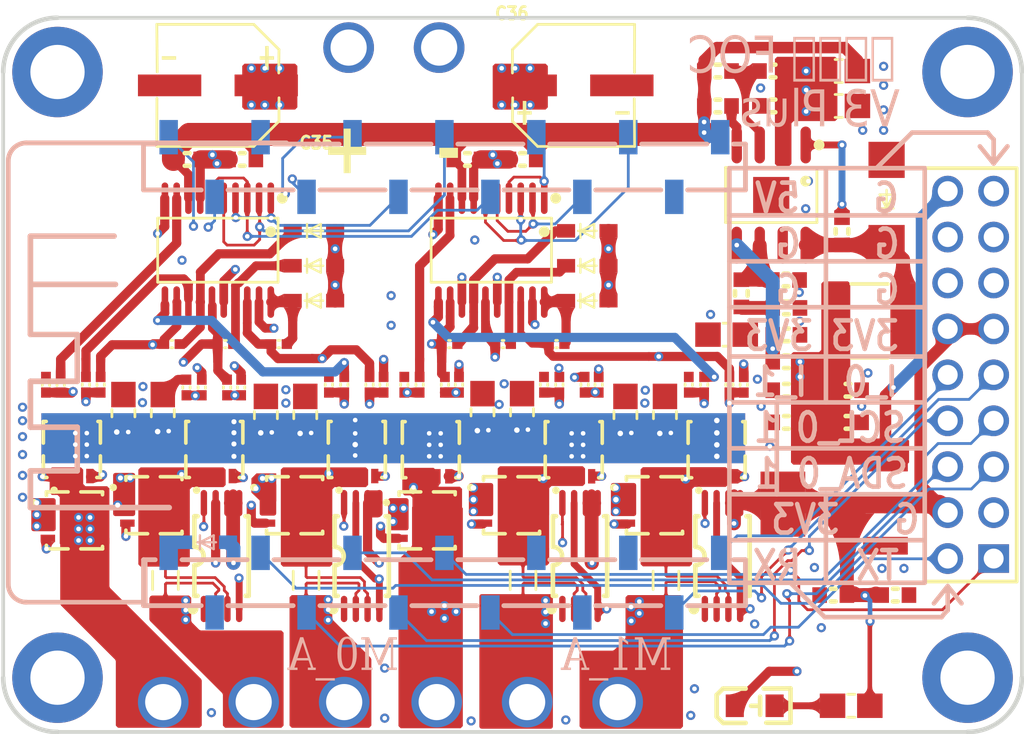
<source format=kicad_pcb>
(kicad_pcb (version 20240108) (generator "pcbnew") (generator_version "8.0")
  (layers (0 "F.Cu" signal "Top Layer") (1 "In1.Cu" signal "内层1") (2 "In2.Cu" signal "内层2") (31 "B.Cu" signal "Bottom Layer") (34 "B.Paste" user "Bottom Paste Mask Layer") (35 "F.Paste" user "Top Paste Mask Layer") (36 "B.SilkS" user "Bottom Silkscreen Layer") (37 "F.SilkS" user "Top Silkscreen Layer") (38 "B.Mask" user "Bottom Solder Mask Layer") (39 "F.Mask" user "Top Solder Mask Layer") (44 "Edge.Cuts" user "Multi-Layer"))
  (net 0 "")
  (net 1 "VIN")
  (net 2 "PGND")
  (net 3 "GND")
  (net 4 "M0_GH3")
  (net 5 "M0_IN1")
  (net 6 "M0_IN2")
  (net 7 "M0_IN3")
  (net 8 "M1_IN3")
  (net 9 "M1_IN2")
  (net 10 "M1_IN1")
  (net 11 "M0_GL2")
  (net 12 "M0_GH2")
  (net 13 "M0_GL1")
  (net 14 "M0_GH1")
  (net 15 "M0_OUT2_CS")
  (net 16 "M0_OUT1_CS")
  (net 17 "M1_OUT1_CS")
  (net 18 "M1_GH3")
  (net 19 "M1_GL2")
  (net 20 "M1_GH1")
  (net 21 "M1_GL1")
  (net 22 "M1_GH2")
  (net 23 "M1_OUT2_CS")
  (net 24 "TXD")
  (net 25 "SCL_1")
  (net 26 "SDA_1")
  (net 27 "I_0")
  (net 28 "3V3")
  (net 29 "5V")
  (net 30 "M0_OUT3")
  (net 31 "M0_OUT2_N")
  (net 32 "M0_OUT1_N")
  (net 33 "M1_OUT3")
  (net 34 "M1_OUT2_N")
  (net 35 "M1_OUT1_N")
  (net 36 "RXD")
  (net 37 "SCL_0")
  (net 38 "I_1")
  (net 39 "SDA_0")
  (net 40 "M1_OUT1_P")
  (net 41 "M0_GL3")
  (net 42 "M0_OUT1_P")
  (net 43 "M0_OUT2_P")
  (net 44 "M1_OUT2_P")
  (net 45 "M1_GL3")
  (net 46 "$1N75")
  (net 47 "$1N532")
  (net 48 "$1N538")
  (net 49 "$1N536")
  (net 50 "$1N531")
  (net 51 "$1N535")
  (net 52 "$1N530")
  (net 53 "$1N1444")
  (net 54 "$1N1370")
  (net 55 "$1N1373")
  (net 56 "$1N1359")
  (net 57 "$1N1315")
  (net 58 "$1N1312")
  (net 59 "$1N1336")
  (net 60 "$1N6102")
  (net 61 "$1N6136")
  (net 62 "$1N6091")
  (net 63 "$1N6067")
  (net 64 "$1N6048")
  (net 65 "$1N6010")
  (net 66 "$1N6143")
  (net 67 "$1N6154")
  (net 68 "$1N6178")
  (net 69 "$1N6189")
  (net 70 "$1N6225")
  (net 71 "$1N6232")
  (net 72 "$1N7980")
  (net 73 "M0_EN")
  (net 74 "M1_EN")
  (footprint "PCB_DengFO-easyedapro:0402" (layer "F.Cu") (at 144.5695 106.8375 180)
    (property "Reference" "C13" (hide yes))
    (property "Value" "")
  )
  (footprint "PCB_DengFO-easyedapro:0805" (layer "F.Cu") (at 133.64 110.762 -90)
    (property "Reference" "C11" (hide yes))
    (property "Value" "")
  )
  (footprint "PCB_DengFO-easyedapro:0402" (layer "F.Cu") (at 141.6105 106.8375 180)
    (property "Reference" "C16" (hide yes))
    (property "Value" "")
  )
  (footprint "PCB_DengFO-easyedapro:R0402" (layer "F.Cu") (at 122.332 109.0855 90)
    (property "Reference" "R32" (hide yes))
    (property "Value" "")
  )
  (footprint "PCB_DengFO-easyedapro:R1206" (layer "F.Cu") (at 153.574 119.906 -90)
    (property "Reference" "R17" (hide yes))
    (property "Value" "")
  )
  (footprint "PCB_DengFO-easyedapro:0603" (layer "F.Cu") (at 159.4945 91.7375)
    (property "Reference" "R4" (hide yes))
    (property "Value" "")
  )
  (footprint "PCB_DengFO-easyedapro:PDFN3333-8_L3.1-W3.2-P0.65-LS3.4-BL" (layer "F.Cu") (at 133.0505 115.766 -90)
    (property "Reference" "Q2" (hide yes))
    (property "Value" "")
  )
  (footprint "Pad_e2258" (layer "F.Cu") (at 125.79 126.637 180)
    (property "Reference" "")
    (property "Value" "")
  )
  (footprint "Pad_e2069" (layer "F.Cu") (at 141.0375 90.442 180)
    (property "Reference" "")
    (property "Value" "")
  )
  (footprint "PCB_DengFO-easyedapro:0805" (layer "F.Cu") (at 125.766 110.6605 -90)
    (property "Reference" "C18" (hide yes))
    (property "Value" "")
  )
  (footprint "PCB_DengFO-easyedapro:PDFN3333-8_L3.1-W3.2-P0.65-LS3.4-BL" (layer "F.Cu") (at 120.884 116.604 -90)
    (property "Reference" "Q6" (hide yes))
    (property "Value" "")
  )
  (footprint "PCB_DengFO-easyedapro:0402" (layer "F.Cu") (at 157.8755 109.088 -90)
    (property "Reference" "R14" (hide yes))
    (property "Value" "")
  )
  (footprint "PCB_DengFO-easyedapro:PDFN3333-8_L3.1-W3.2-P0.65-LS3.4-BL" (layer "F.Cu") (at 120.757 112.667)
    (property "Reference" "Q5" (hide yes))
    (property "Value" "")
  )
  (footprint "PCB_DengFO-easyedapro:TSSOP-8_L4.4-W3.0-P0.65-LS6.4-BL" (layer "F.Cu") (at 129.012 118.56)
    (property "Reference" "U7" (hide yes))
    (property "Value" "")
  )
  (footprint "PCB_DengFO-easyedapro:0603" (layer "F.Cu") (at 130.155 96.627 180)
    (property "Reference" "C33" (hide yes))
    (property "Value" "")
  )
  (footprint "PCB_DengFO-easyedapro:0603" (layer "F.Cu") (at 142.601 96.627 180)
    (property "Reference" "C5" (hide yes))
    (property "Value" "")
  )
  (footprint "PCB_DengFO-easyedapro:R1206" (layer "F.Cu") (at 133.6855 119.906 -90)
    (property "Reference" "R15" (hide yes))
    (property "Value" "")
  )
  (footprint "PCB_DengFO-easyedapro:0603" (layer "F.Cu") (at 159.4895 93.6655 180)
    (property "Reference" "C10" (hide yes))
    (property "Value" "")
  )
  (footprint "PCB_DengFO-easyedapro:0402" (layer "F.Cu") (at 149.8565 109.0855 -90)
    (property "Reference" "R11" (hide yes))
    (property "Value" "")
  )
  (footprint "PCB_DengFO-easyedapro:LED0805-RD" (layer "F.Cu") (at 158.477 126.8405)
    (property "Reference" "LED1" (hide yes))
    (property "Value" "")
  )
  (footprint "PCB_DengFO-easyedapro:0805" (layer "F.Cu") (at 163.124 93.668 180)
    (property "Reference" "C8" (hide yes))
    (property "Value" "")
  )
  (footprint "Pad_e2263" (layer "F.Cu") (at 150.9045 126.637 180)
    (property "Reference" "")
    (property "Value" "")
  )
  (footprint "PCB_DengFO-easyedapro:IND-SMD_L5.0-W5.0_SWPA5040S" (layer "F.Cu") (at 164.826 105.555 180)
    (property "Reference" "L1" (hide yes))
    (property "Value" "")
  )
  (footprint "PCB_DengFO-easyedapro:0402" (layer "F.Cu") (at 121.519 109.0855 -90)
    (property "Reference" "R22" (hide yes))
    (property "Value" "")
  )
  (footprint "PCB_DengFO-easyedapro:0402" (layer "F.Cu") (at 130.0955 109.238 -90)
    (property "Reference" "R24" (hide yes))
    (property "Value" "")
  )
  (footprint "PCB_DengFO-easyedapro:PDFN3333-8_L3.1-W3.2-P0.65-LS3.4-BL" (layer "F.Cu") (at 125.278 115.766 -90)
    (property "Reference" "Q4" (hide yes))
    (property "Value" "")
  )
  (footprint "PCB_DengFO-easyedapro:0603" (layer "F.Cu") (at 127.107 96.627 180)
    (property "Reference" "C4" (hide yes))
    (property "Value" "")
  )
  (footprint "PCB_DengFO-easyedapro:PDFN3333-8_L3.1-W3.2-P0.65-LS3.4-BL" (layer "F.Cu") (at 128.631 112.667)
    (property "Reference" "Q3" (hide yes))
    (property "Value" "")
  )
  (footprint "PCB_DengFO-easyedapro:0603" (layer "F.Cu") (at 156.444 91.7375)
    (property "Reference" "R5" (hide yes))
    (property "Value" "")
  )
  (footprint "PCB_DengFO-easyedapro:PDFN3333-8_L3.1-W3.2-P0.65-LS3.4-BL" (layer "F.Cu") (at 156.3895 112.6795)
    (property "Reference" "Q7" (hide yes))
    (property "Value" "")
  )
  (footprint "PCB_DengFO-easyedapro:0603" (layer "F.Cu") (at 160.226 104.8385 180)
    (property "Reference" "R6" (hide yes))
    (property "Value" "")
  )
  (footprint "PCB_DengFO-easyedapro:0402" (layer "F.Cu") (at 135.794 109.0855 -90)
    (property "Reference" "R26" (hide yes))
    (property "Value" "")
  )
  (footprint "PCB_DengFO-easyedapro:0805" (layer "F.Cu") (at 131.463 110.762 -90)
    (property "Reference" "C7" (hide yes))
    (property "Value" "")
  )
  (footprint "PCB_DengFO-easyedapro:0805" (layer "F.Cu") (at 143.434 110.6095 -90)
    (property "Reference" "C32" (hide yes))
    (property "Value" "")
  )
  (footprint "PCB_DengFO-easyedapro:R0402" (layer "F.Cu") (at 149.078 109.0855 90)
    (property "Reference" "R36" (hide yes))
    (property "Value" "")
  )
  (footprint "PCB_DengFO-easyedapro:0805" (layer "F.Cu") (at 163.124 91.7375 180)
    (property "Reference" "C3" (hide yes))
    (property "Value" "")
  )
  (footprint "PCB_DengFO-easyedapro:TSSOP-8_L4.4-W3.0-P0.65-LS6.4-BL" (layer "F.Cu") (at 136.759 118.56)
    (property "Reference" "U6" (hide yes))
    (property "Value" "")
  )
  (footprint "PCB_DengFO-easyedapro:0603" (layer "F.Cu") (at 160.226 111.1685)
    (property "Reference" "C27" (hide yes))
    (property "Value" "")
  )
  (footprint "PCB_DengFO-easyedapro:PDFN3333-8_L3.1-W3.2-P0.65-LS3.4-BL" (layer "F.Cu") (at 148.492 112.6795)
    (property "Reference" "Q9" (hide yes))
    (property "Value" "")
  )
  (footprint "PCB_DengFO-easyedapro:0603" (layer "F.Cu") (at 157.7395 104.031 90)
    (property "Reference" "C14" (hide yes))
    (property "Value" "")
  )
  (footprint "PCB_DengFO-easyedapro:0805" (layer "F.Cu") (at 123.589 110.6605 -90)
    (property "Reference" "C19" (hide yes))
    (property "Value" "")
  )
  (footprint "PCB_DengFO-easyedapro:0603" (layer "F.Cu") (at 162.8195 120.719)
    (property "Reference" "C28" (hide yes))
    (property "Value" "")
  )
  (footprint "PCB_DengFO-easyedapro:0805" (layer "F.Cu") (at 145.6185 110.6095 -90)
    (property "Reference" "C31" (hide yes))
    (property "Value" "")
  )
  (footprint "PCB_DengFO-easyedapro:TSSOP-8_L4.4-W3.0-P0.65-LS6.4-BL" (layer "F.Cu") (at 156.698 118.56)
    (property "Reference" "U8" (hide yes))
    (property "Value" "")
  )
  (footprint "PCB_DengFO-easyedapro:CAP-SMD_BD6.3-L6.6-W6.6-LS7.4-FD" (layer "F.Cu") (at 128.8125 92.532 180)
    (property "Reference" "C35")
    (property "Value" "")
  )
  (footprint "PCB_DengFO-easyedapro:0603" (layer "F.Cu") (at 160.226 106.327 180)
    (property "Reference" "R10" (hide yes))
    (property "Value" "")
  )
  (footprint "PCB_DengFO-easyedapro:0805" (layer "F.Cu") (at 163.81 126.84 180)
    (property "Reference" "R3" (hide yes))
    (property "Value" "")
  )
  (footprint "PCB_DengFO-easyedapro:R0402" (layer "F.Cu") (at 119.309 109.0855 90)
    (property "Reference" "R33" (hide yes))
    (property "Value" "")
  )
  (footprint "PCB_DengFO-easyedapro:0402" (layer "F.Cu") (at 127.92 109.238 -90)
    (property "Reference" "R25" (hide yes))
    (property "Value" "")
  )
  (footprint "PCB_DengFO-easyedapro:R0402" (layer "F.Cu") (at 137.191 109.0855 90)
    (property "Reference" "R28" (hide yes))
    (property "Value" "")
  )
  (footprint "PCB_DengFO-easyedapro:R0402" (layer "F.Cu") (at 146.834 109.0855 90)
    (property "Reference" "R37" (hide yes))
    (property "Value" "")
  )
  (footprint "PCB_DengFO-easyedapro:0402" (layer "F.Cu") (at 126.269 106.8375 180)
    (property "Reference" "C29" (hide yes))
    (property "Value" "")
  )
  (footprint "PCB_DengFO-easyedapro:TSSOP-8_L4.4-W3.0-P0.65-LS6.4-BL" (layer "F.Cu") (at 148.824 118.56)
    (property "Reference" "U9" (hide yes))
    (property "Value" "")
  )
  (footprint "PCB_DengFO-easyedapro:0402" (layer "F.Cu") (at 120.122 109.0855 -90)
    (property "Reference" "R23" (hide yes))
    (property "Value" "")
  )
  (footprint "Pad_e2261" (layer "F.Cu") (at 140.903 126.637 180)
    (property "Reference" "")
    (property "Value" "")
  )
  (footprint "PCB_DengFO-easyedapro:0402" (layer "F.Cu") (at 129.228 106.8375 180)
    (property "Reference" "C23" (hide yes))
    (property "Value" "")
  )
  (footprint "PCB_DengFO-easyedapro:R0402" (layer "F.Cu") (at 154.835 109.0855 90)
    (property "Reference" "R35" (hide yes))
    (property "Value" "")
  )
  (footprint "PCB_DengFO-easyedapro:0402" (layer "F.Cu") (at 139.9595 109.0855 -90)
    (property "Reference" "R20" (hide yes))
    (property "Value" "")
  )
  (footprint "PCB_DengFO-easyedapro:SOT-223-4_L6.5-W3.5-P2.30-LS7.0-BR" (layer "F.Cu") (at 162.87 115.6895)
    (property "Reference" "U10" (hide yes))
    (property "Value" "")
  )
  (footprint "Pad_e2067" (layer "F.Cu") (at 170.241 125.288 -90)
    (property "Reference" "")
    (property "Value" "")
  )
  (footprint "PCB_DengFO-easyedapro:SOD-323_L1.8-W1.3-LS2.5-RD" (layer "F.Cu") (at 134.118 102.507)
    (property "Reference" "D9" (hide yes))
    (property "Value" "")
  )
  (footprint "Pad_e2070" (layer "F.Cu") (at 136.0365 90.442 180)
    (property "Reference" "")
    (property "Value" "")
  )
  (footprint "PCB_DengFO-easyedapro:DO-214AC_L4.3-W2.7-LS5.3-RD" (layer "F.Cu") (at 165.766 98.951 90)
    (property "Reference" "D2" (hide yes))
    (property "Value" "")
  )
  (footprint "PCB_DengFO-easyedapro:TSSOP-20_L6.5-W4.4-P0.65-LS6.4-BL" (layer "F.Cu") (at 143.922 101.6435 180)
    (property "Reference" "U5" (hide yes))
    (property "Value" "")
  )
  (footprint "PCB_DengFO-easyedapro:PDFN3333-8_L3.1-W3.2-P0.65-LS3.4-BL" (layer "F.Cu") (at 152.939 115.766 -90)
    (property "Reference" "Q8" (hide yes))
    (property "Value" "")
  )
  (footprint "PCB_DengFO-easyedapro:PDFN3333-8_L3.1-W3.2-P0.65-LS3.4-BL" (layer "F.Cu") (at 140.5945 112.6795)
    (property "Reference" "Q11" (hide yes))
    (property "Value" "")
  )
  (footprint "PCB_DengFO-easyedapro:0402" (layer "F.Cu") (at 147.5285 106.8375 180)
    (property "Reference" "C9" (hide yes))
    (property "Value" "")
  )
  (footprint "PCB_DengFO-easyedapro:R0402" (layer "F.Cu") (at 157.079 109.0855 90)
    (property "Reference" "R34" (hide yes))
    (property "Value" "")
  )
  (footprint "PCB_DengFO-easyedapro:0603" (layer "F.Cu") (at 163.632 109.3905 180)
    (property "Reference" "C2" (hide yes))
    (property "Value" "")
  )
  (footprint "PCB_DengFO-easyedapro:SOD-323_L1.8-W1.3-LS2.5-RD" (layer "F.Cu") (at 149.2255 100.5765)
    (property "Reference" "D7" (hide yes))
    (property "Value" "")
  )
  (footprint "PCB_DengFO-easyedapro:0603" (layer "F.Cu") (at 160.2055 103.2945 180)
    (property "Reference" "C15" (hide yes))
    (property "Value" "")
  )
  (footprint "PCB_DengFO-easyedapro:PDFN3333-8_L3.1-W3.2-P0.65-LS3.4-BL" (layer "F.Cu") (at 136.505 112.667)
    (property "Reference" "Q1" (hide yes))
    (property "Value" "")
  )
  (footprint "PCB_DengFO-easyedapro:0805" (layer "F.Cu") (at 151.3335 110.762 -90)
    (property "Reference" "C30" (hide yes))
    (property "Value" "")
  )
  (footprint "Pad_e2259" (layer "F.Cu") (at 130.7885 126.637 180)
    (property "Reference" "")
    (property "Value" "")
  )
  (footprint "PCB_DengFO-easyedapro:SOD-323_L1.8-W1.3-LS2.5-RD" (layer "F.Cu") (at 134.118 104.4375)
    (property "Reference" "D10" (hide yes))
    (property "Value" "")
  )
  (footprint "PCB_DengFO-easyedapro:R0402" (layer "F.Cu") (at 139.1125 109.0855 90)
    (property "Reference" "R38" (hide yes))
    (property "Value" "")
  )
  (footprint "Pad_e2068" (layer "F.Cu") (at 170.241 91.791 -90)
    (property "Reference" "")
    (property "Value" "")
  )
  (footprint "PCB_DengFO-easyedapro:0603" (layer "F.Cu") (at 166.2485 120.719)
    (property "Reference" "C26" (hide yes))
    (property "Value" "")
  )
  (footprint "PCB_DengFO-easyedapro:HDR-TH_18P-P2.54-V-R2-C9-S2.54" (layer "F.Cu") (at 170.414 108.5395 90)
    (property "Reference" "H1" (hide yes))
    (property "Value" "")
  )
  (footprint "PCB_DengFO-easyedapro:R1206" (layer "F.Cu") (at 125.913 119.906 -90)
    (property "Reference" "R16" (hide yes))
    (property "Value" "")
  )
  (footprint "PCB_DengFO-easyedapro:0603" (layer "F.Cu") (at 160.226 109.3905)
    (property "Reference" "C1" (hide yes))
    (property "Value" "")
  )
  (footprint "PCB_DengFO-easyedapro:R0402" (layer "F.Cu") (at 129.317 109.238 90)
    (property "Reference" "R31" (hide yes))
    (property "Value" "")
  )
  (footprint "PCB_DengFO-easyedapro:PDFN3333-8_L3.1-W3.2-P0.65-LS3.4-BL" (layer "F.Cu") (at 145.0395 115.766 -90)
    (property "Reference" "Q10" (hide yes))
    (property "Value" "")
  )
  (footprint "PCB_DengFO-easyedapro:0402" (layer "F.Cu") (at 137.9695 109.0855 -90)
    (property "Reference" "R27" (hide yes))
    (property "Value" "")
  )
  (footprint "Pad_e2262" (layer "F.Cu") (at 145.9015 126.637 180)
    (property "Reference" "")
    (property "Value" "")
  )
  (footprint "PCB_DengFO-easyedapro:0603" (layer "F.Cu") (at 163.302 100.602 90)
    (property "Reference" "C17" (hide yes))
    (property "Value" "")
  )
  (footprint "PCB_DengFO-easyedapro:0805" (layer "F.Cu") (at 156.9265 106.317)
    (property "Reference" "R2" (hide yes))
    (property "Value" "")
  )
  (footprint "PCB_DengFO-easyedapro:0402" (layer "F.Cu") (at 147.681 109.0855 -90)
    (property "Reference" "R12" (hide yes))
    (property "Value" "")
  )
  (footprint "PCB_DengFO-easyedapro:0603" (layer "F.Cu") (at 145.649 96.627 180)
    (property "Reference" "C34" (hide yes))
    (property "Value" "")
  )
  (footprint "Pad_e2260" (layer "F.Cu") (at 135.79 126.637 180)
    (property "Reference" "")
    (property "Value" "")
  )
  (footprint "PCB_DengFO-easyedapro:SOD-323_L1.8-W1.3-LS2.5-RD" (layer "F.Cu") (at 149.2255 104.4375)
    (property "Reference" "D4" (hide yes))
    (property "Value" "")
  )
  (footprint "PCB_DengFO-easyedapro:SOD-323_L1.8-W1.3-LS2.5-RD" (layer "F.Cu") (at 149.2255 102.507)
    (property "Reference" "D6" (hide yes))
    (property "Value" "")
  )
  (footprint "PCB_DengFO-easyedapro:CAP-SMD_BD6.3-L6.6-W6.6-LS7.4-FD" (layer "F.Cu") (at 148.465 92.532)
    (property "Reference" "C36")
    (property "Value" "")
  )
  (footprint "PCB_DengFO-easyedapro:0402" (layer "F.Cu") (at 155.682 109.0855 -90)
    (property "Reference" "R13" (hide yes))
    (property "Value" "")
  )
  (footprint "PCB_DengFO-easyedapro:0402" (layer "F.Cu") (at 132.187 106.8375 180)
    (property "Reference" "C21" (hide yes))
    (property "Value" "")
  )
  (footprint "PCB_DengFO-easyedapro:0603" (layer "F.Cu") (at 156.444 93.6705)
    (property "Reference" "C12" (hide yes))
    (property "Value" "")
  )
  (footprint "PCB_DengFO-easyedapro:0603" (layer "F.Cu") (at 163.632 111.1685)
    (property "Reference" "C24" (hide yes))
    (property "Value" "")
  )
  (footprint "PCB_DengFO-easyedapro:0805" (layer "F.Cu") (at 153.518 110.762 -90)
    (property "Reference" "C25" (hide yes))
    (property "Value" "")
  )
  (footprint "Pad_e2066" (layer "F.Cu") (at 119.947 125.288 -90)
    (property "Reference" "")
    (property "Value" "")
  )
  (footprint "PCB_DengFO-easyedapro:PDFN3333-8_L3.1-W3.2-P0.65-LS3.4-BL" (layer "F.Cu") (at 140.374 116.604 -90)
    (property "Reference" "Q12" (hide yes))
    (property "Value" "")
  )
  (footprint "PCB_DengFO-easyedapro:0603" (layer "F.Cu") (at 160.226 107.8155)
    (property "Reference" "R9" (hide yes))
    (property "Value" "")
  )
  (footprint "PCB_DengFO-easyedapro:TSSOP-20_L6.5-W4.4-P0.65-LS6.4-BL" (layer "F.Cu") (at 128.809 101.6435 180)
    (property "Reference" "U11" (hide yes))
    (property "Value" "")
  )
  (footprint "PCB_DengFO-easyedapro:R1206" (layer "F.Cu") (at 145.6745 119.906 -90)
    (property "Reference" "R18" (hide yes))
    (property "Value" "")
  )
  (footprint "PCB_DengFO-easyedapro:0402" (layer "F.Cu") (at 142.135 109.0855 -90)
    (property "Reference" "R21" (hide yes))
    (property "Value" "")
  )
  (footprint "Pad_e2065" (layer "F.Cu") (at 119.947 91.791 -90)
    (property "Reference" "")
    (property "Value" "")
  )
  (footprint "PCB_DengFO-easyedapro:R0402" (layer "F.Cu") (at 134.9465 109.0855 90)
    (property "Reference" "R29" (hide yes))
    (property "Value" "")
  )
  (footprint "PCB_DengFO-easyedapro:SOD-323_L1.8-W1.3-LS2.5-RD" (layer "F.Cu") (at 134.118 100.5765)
    (property "Reference" "D8" (hide yes))
    (property "Value" "")
  )
  (footprint "PCB_DengFO-easyedapro:R0402" (layer "F.Cu") (at 127.0725 109.238 90)
    (property "Reference" "R30" (hide yes))
    (property "Value" "")
  )
  (footprint "PCB_DengFO-easyedapro:SOIC-8_L5.0-W4.0-P1.27-LS6.0-BL-EP" (layer "F.Cu") (at 159.3905 98.5955 180)
    (property "Reference" "U3" (hide yes))
    (property "Value" "")
  )
  (footprint "PCB_DengFO-easyedapro:R0402" (layer "F.Cu") (at 141.3565 109.0855 90)
    (property "Reference" "R39" (hide yes))
    (property "Value" "")
  )
  (footprint "PCB_DengFO-easyedapro:SMD,P=2.54mm(交错脚)" (layer "B.Cu") (at 142.601 96.9825 -90)
    (property "Reference" "H3" (hide yes))
    (property "Value" "")
  )
  (footprint "PCB_DengFO-easyedapro:SOD-323_L1.8-W1.3-LS2.5-RD" (layer "B.Cu") (at 128.199 117.798)
    (property "Reference" "D11" (hide yes))
    (property "Value" "")
  )
  (footprint "PCB_DengFO-easyedapro:MICROPYTHON ESP32" (layer "B.Cu") (at 142.601 108.5395 -90)
    (property "Reference" "U2" (hide yes))
    (property "Value" "")
  )
  (footprint "PCB_DengFO-easyedapro:SMD,P=2.54mm(交错脚)" (layer "B.Cu") (at 142.601 119.9695 -90)
    (property "Reference" "H2" (hide yes))
    (property "Value" "")
  )
  (gr_line (start 157.079 102.2605) (end 167.874 102.2605) (stroke (width 0.254)) (layer "B.SilkS"))
  (gr_line (start 162.349 121.938) (end 160.4515 120.0405) (stroke (width 0.254)) (layer "B.SilkS"))
  (gr_line (start 157.079 99.7205) (end 167.874 99.7205) (stroke (width 0.254)) (layer "B.SilkS"))
  (gr_line (start 157.079 110.0635) (end 167.874 110.0635) (stroke (width 0.254)) (layer "B.SilkS"))
  (gr_line (start 157.079 107.5235) (end 167.874 107.5235) (stroke (width 0.254)) (layer "B.SilkS"))
  (gr_line (start 157.079 104.8005) (end 167.874 104.8005) (stroke (width 0.254)) (layer "B.SilkS"))
  (gr_line (start 162.413 97.1095) (end 162.413 110.0635) (stroke (width 0.254)) (layer "B.SilkS"))
  (gr_line (start 171.6835 96.8505) (end 170.922 95.903) (stroke (width 0.254)) (layer "B.SilkS"))
  (gr_line (start 171.6835 96.8505) (end 172.445 95.903) (stroke (width 0.254)) (layer "B.SilkS"))
  (gr_line (start 167.874 97.1095) (end 167.874 119.9695) (stroke (width 0.254)) (layer "B.SilkS"))
  (gr_line (start 169.1445 120.2285) (end 169.1445 121.557) (stroke (width 0.254)) (layer "B.SilkS"))
  (gr_line (start 168.9665 121.735) (end 168.809 121.938) (stroke (width 0.254)) (layer "B.SilkS"))
  (gr_line (start 157.079 112.6035) (end 167.874 112.6035) (stroke (width 0.254)) (layer "B.SilkS"))
  (gr_line (start 169.1445 121.557) (end 168.9665 121.735) (stroke (width 0.254)) (layer "B.SilkS"))
  (gr_line (start 159.699 110.0635) (end 159.699 115.1435) (stroke (width 0.254)) (layer "B.SilkS"))
  (gr_line (start 171.506 95.344) (end 171.3485 95.141) (stroke (width 0.254)) (layer "B.SilkS"))
  (gr_line (start 171.684 95.522) (end 171.506 95.344) (stroke (width 0.254)) (layer "B.SilkS"))
  (gr_line (start 157.079 97.1095) (end 167.874 97.1095) (stroke (width 0.254)) (layer "B.SilkS"))
  (gr_line (start 171.3485 95.141) (end 167.178 95.141) (stroke (width 0.254)) (layer "B.SilkS"))
  (gr_line (start 157.079 115.1435) (end 167.874 115.1435) (stroke (width 0.254)) (layer "B.SilkS"))
  (gr_line (start 168.809 121.938) (end 162.349 121.938) (stroke (width 0.254)) (layer "B.SilkS"))
  (gr_line (start 157.079 97.1095) (end 157.079 119.9695) (stroke (width 0.254)) (layer "B.SilkS"))
  (gr_line (start 157.079 117.6835) (end 167.874 117.6835) (stroke (width 0.254)) (layer "B.SilkS"))
  (gr_line (start 157.079 120.0405) (end 167.874 120.0405) (stroke (width 0.254)) (layer "B.SilkS"))
  (gr_line (start 171.684 96.8505) (end 171.684 95.522) (stroke (width 0.254)) (layer "B.SilkS"))
  (gr_line (start 169.144 120.2285) (end 168.3825 121.176) (stroke (width 0.254)) (layer "B.SilkS"))
  (gr_line (start 171.506 95.344) (end 171.3485 95.141) (stroke (width 0.254)) (layer "B.SilkS"))
  (gr_line (start 169.144 120.2285) (end 169.9055 121.176) (stroke (width 0.254)) (layer "B.SilkS"))
  (gr_line (start 167.178 95.141) (end 165.2095 97.1095) (stroke (width 0.254)) (layer "B.SilkS"))
  (gr_line (start 162.413 115.1435) (end 162.413 120.0405) (stroke (width 0.254)) (layer "B.SilkS"))
  (gr_arc (start 116.947 91.791001) (mid 117.82568 89.66968) (end 119.947001 88.791) (stroke (width 0.254)) (layer "Edge.Cuts"))
  (gr_line (start 119.947001 88.791) (end 170.241 88.791) (stroke (width 0.203)) (layer "Edge.Cuts"))
  (gr_arc (start 173.241 125.288) (mid 172.36232 127.40932) (end 170.241 128.288) (stroke (width 0.254)) (layer "Edge.Cuts"))
  (gr_line (start 116.947 125.287999) (end 116.947 91.791001) (stroke (width 0.203)) (layer "Edge.Cuts"))
  (gr_line (start 173.241 91.791) (end 173.241 125.288) (stroke (width 0.203)) (layer "Edge.Cuts"))
  (gr_arc (start 170.241 88.791) (mid 172.36232 89.66968) (end 173.241 91.791) (stroke (width 0.254)) (layer "Edge.Cuts"))
  (gr_arc (start 119.947001 128.288) (mid 117.82568 127.40932) (end 116.947 125.287999) (stroke (width 0.254)) (layer "Edge.Cuts"))
  (gr_line (start 170.241 128.288) (end 119.947001 128.288) (stroke (width 0.203)) (layer "Edge.Cuts"))
  (gr_text "TX   RX" (at 166.5865 120.005 -0) (layer "B.SilkS") (effects (font (size 1.573 1.3485) (thickness 0.254)) (justify left bottom mirror)))
  (gr_text "M0_A" (at 138.814 125.164 -0) (layer "B.SilkS") (effects (font (size 1.778 1.524) (thickness 0.254)) (justify left bottom mirror)))
  (gr_text "3V3 3V3" (at 166.5865 107.305 -0) (layer "B.SilkS") (effects (font (size 1.573 1.3485) (thickness 0.254)) (justify left bottom mirror)))
  (gr_text "灯哥开源 FOC" (at 166.2555 92.1635 -0) (layer "B.SilkS") (effects (font (size 2.005 1.7185) (thickness 0.254)) (justify left bottom mirror)))
  (gr_text "G    G" (at 166.633 104.765 -0) (layer "B.SilkS") (effects (font (size 1.573 1.3485) (thickness 0.254)) (justify left bottom mirror)))
  (gr_text "SDA_0 1" (at 167.0945 114.925 -0) (layer "B.SilkS") (effects (font (size 1.573 1.3485) (thickness 0.254)) (justify left bottom mirror)))
  (gr_text "M1_A" (at 153.928 125.164 -0) (layer "B.SilkS") (effects (font (size 1.778 1.524) (thickness 0.254)) (justify left bottom mirror)))
  (gr_text "G   3V3" (at 167.7335 117.465 -0) (layer "B.SilkS") (effects (font (size 1.573 1.3485) (thickness 0.254)) (justify left bottom mirror)))
  (gr_text "SCL_0 1" (at 166.9675 112.385 -0) (layer "B.SilkS") (effects (font (size 1.573 1.3485) (thickness 0.254)) (justify left bottom mirror)))
  (gr_text "G    G" (at 166.633 102.225 -0) (layer "B.SilkS") (effects (font (size 1.573 1.3485) (thickness 0.254)) (justify left bottom mirror)))
  (gr_text "I_0  I_1" (at 166.54 109.845 -0) (layer "B.SilkS") (effects (font (size 1.573 1.3485) (thickness 0.254)) (justify left bottom mirror)))
  (gr_text "G    5V" (at 166.5865 99.685 -0) (layer "B.SilkS") (effects (font (size 1.573 1.3485) (thickness 0.254)) (justify left bottom mirror)))
  (gr_text "V3 Plus" (at 166.496 95.1355 -0) (layer "B.SilkS") (effects (font (size 2.005 1.7185) (thickness 0.254)) (justify left bottom mirror)))
  (gr_text "+   -" (at 134.549 97.859 0) (layer "F.SilkS") (effects (font (size 2.8 2.4) (thickness 0.254)) (justify left bottom)))
  (via (at 140.488 111.775) (size 0.508) (drill 0.254) (layers "F.Cu" "B.Cu") (net 1))
  (via (at 129.698 113.048) (size 0.508) (drill 0.2795) (layers "F.Cu" "B.Cu") (net 1))
  (via (at 123.856 111.702) (size 0.508) (drill 0.254) (layers "F.Cu" "B.Cu") (net 1))
  (via (at 144.494 93.617) (size 0.508) (drill 0.254) (layers "F.Cu" "B.Cu") (net 1))
  (via (at 120.93 111.7625) (size 0.508) (drill 0.254) (layers "F.Cu" "B.Cu") (net 1))
  (via (at 148.995 113.045) (size 0.508) (drill 0.254) (layers "F.Cu" "B.Cu") (net 1))
  (via (at 143.1495 111.6255) (size 0.508) (drill 0.305) (layers "F.Cu" "B.Cu") (net 1))
  (via (at 130.663 93.617) (size 0.508) (drill 0.254) (layers "F.Cu" "B.Cu") (net 1))
  (via (at 156.385 111.75) (size 0.508) (drill 0.305) (layers "F.Cu" "B.Cu") (net 1))
  (via (at 158.803 92.677) (size 0.508) (drill 0.254) (layers "F.Cu" "B.Cu") (net 1))
  (via (at 132.2295 91.585) (size 0.508) (drill 0.254) (layers "F.Cu" "B.Cu") (net 1))
  (via (at 133.3555 111.778) (size 0.508) (drill 0.305) (layers "F.Cu" "B.Cu") (net 1))
  (via (at 146.06 91.585) (size 0.508) (drill 0.254) (layers "F.Cu" "B.Cu") (net 1))
  (via (at 141.123 111.775) (size 0.508) (drill 0.254) (layers "F.Cu" "B.Cu") (net 1))
  (via (at 141.123 112.41) (size 0.508) (drill 0.254) (layers "F.Cu" "B.Cu") (net 1))
  (via (at 120.93 112.3975) (size 0.508) (drill 0.254) (layers "F.Cu" "B.Cu") (net 1))
  (via (at 129.698 111.1325) (size 0.508) (drill 0.2795) (layers "F.Cu" "B.Cu") (net 1))
  (via (at 153.2335 111.778) (size 0.508) (drill 0.305) (layers "F.Cu" "B.Cu") (net 1))
  (via (at 131.4035 93.617) (size 0.508) (drill 0.254) (layers "F.Cu" "B.Cu") (net 1))
  (via (at 143.759 111.6) (size 0.508) (drill 0.254) (layers "F.Cu" "B.Cu") (net 1))
  (via (at 145.334 111.5955) (size 0.508) (drill 0.305) (layers "F.Cu" "B.Cu") (net 1))
  (via (at 133.965 111.7525) (size 0.508) (drill 0.254) (layers "F.Cu" "B.Cu") (net 1))
  (via (at 148.36 112.41) (size 0.508) (drill 0.254) (layers "F.Cu" "B.Cu") (net 1))
  (via (at 129.698 112.362) (size 0.508) (drill 0.2795) (layers "F.Cu" "B.Cu") (net 1))
  (via (at 141.123 113.045) (size 0.508) (drill 0.254) (layers "F.Cu" "B.Cu") (net 1))
  (via (at 148.995 112.41) (size 0.508) (drill 0.254) (layers "F.Cu" "B.Cu") (net 1))
  (via (at 132.2325 93.617) (size 0.508) (drill 0.254) (layers "F.Cu" "B.Cu") (net 1))
  (via (at 121.565 112.3975) (size 0.508) (drill 0.254) (layers "F.Cu" "B.Cu") (net 1))
  (via (at 125.4815 111.6765) (size 0.508) (drill 0.305) (layers "F.Cu" "B.Cu") (net 1))
  (via (at 121.565 111.7625) (size 0.508) (drill 0.254) (layers "F.Cu" "B.Cu") (net 1))
  (via (at 161.321 91.7375) (size 0.508) (drill 0.254) (layers "F.Cu" "B.Cu") (net 1))
  (via (at 145.2345 93.617) (size 0.508) (drill 0.254) (layers "F.Cu" "B.Cu") (net 1))
  (via (at 140.488 113.045) (size 0.508) (drill 0.254) (layers "F.Cu" "B.Cu") (net 1))
  (via (at 131.402 91.585) (size 0.508) (drill 0.254) (layers "F.Cu" "B.Cu") (net 1))
  (via (at 156.385 111.064) (size 0.508) (drill 0.305) (layers "F.Cu" "B.Cu") (net 1))
  (via (at 123.221 111.702) (size 0.508) (drill 0.305) (layers "F.Cu" "B.Cu") (net 1))
  (via (at 148.36 113.045) (size 0.508) (drill 0.254) (layers "F.Cu" "B.Cu") (net 1))
  (via (at 153.843 111.7525) (size 0.508) (drill 0.254) (layers "F.Cu" "B.Cu") (net 1))
  (via (at 140.488 112.41) (size 0.508) (drill 0.254) (layers "F.Cu" "B.Cu") (net 1))
  (via (at 148.995 111.775) (size 0.508) (drill 0.254) (layers "F.Cu" "B.Cu") (net 1))
  (via (at 151.6585 111.7525) (size 0.508) (drill 0.254) (layers "F.Cu" "B.Cu") (net 1))
  (via (at 136.3985 111.778) (size 0.508) (drill 0.254) (layers "F.Cu" "B.Cu") (net 1))
  (via (at 136.3985 111.0415) (size 0.508) (drill 0.254) (layers "F.Cu" "B.Cu") (net 1))
  (via (at 136.3985 112.997) (size 0.508) (drill 0.254) (layers "F.Cu" "B.Cu") (net 1))
  (via (at 151.049 111.778) (size 0.508) (drill 0.305) (layers "F.Cu" "B.Cu") (net 1))
  (via (at 145.233 91.585) (size 0.508) (drill 0.254) (layers "F.Cu" "B.Cu") (net 1))
  (via (at 126.091 111.651) (size 0.508) (drill 0.254) (layers "F.Cu" "B.Cu") (net 1))
  (via (at 131.1785 111.748) (size 0.508) (drill 0.305) (layers "F.Cu" "B.Cu") (net 1))
  (via (at 156.385 113.045) (size 0.508) (drill 0.305) (layers "F.Cu" "B.Cu") (net 1))
  (via (at 121.565 113.0325) (size 0.508) (drill 0.254) (layers "F.Cu" "B.Cu") (net 1))
  (via (at 148.36 111.775) (size 0.508) (drill 0.254) (layers "F.Cu" "B.Cu") (net 1))
  (via (at 120.93 113.0325) (size 0.508) (drill 0.254) (layers "F.Cu" "B.Cu") (net 1))
  (via (at 146.063 93.617) (size 0.508) (drill 0.254) (layers "F.Cu" "B.Cu") (net 1))
  (via (at 161.321 92.787) (size 0.508) (drill 0.254) (layers "F.Cu" "B.Cu") (net 1))
  (via (at 131.788 111.7225) (size 0.508) (drill 0.254) (layers "F.Cu" "B.Cu") (net 1))
  (via (at 161.321 93.9725) (size 0.508) (drill 0.254) (layers "F.Cu" "B.Cu") (net 1))
  (via (at 129.698 111.742) (size 0.508) (drill 0.2795) (layers "F.Cu" "B.Cu") (net 1))
  (via (at 156.385 112.41) (size 0.508) (drill 0.305) (layers "F.Cu" "B.Cu") (net 1))
  (via (at 145.9435 111.57) (size 0.508) (drill 0.254) (layers "F.Cu" "B.Cu") (net 1))
  (via (at 144.494 91.585) (size 0.508) (drill 0.254) (layers "F.Cu" "B.Cu") (net 1))
  (via (at 130.663 91.585) (size 0.508) (drill 0.254) (layers "F.Cu" "B.Cu") (net 1))
  (via (at 136.399 112.3975) (size 0.508) (drill 0.305) (layers "F.Cu" "B.Cu") (net 1))
  (segment (start 125.766 109.6305) (end 126.591 108.805) (width 0.508) (layer "F.Cu") (net 2))
  (segment (start 126.591 108.805) (end 127.0725 108.805) (width 0.508) (layer "F.Cu") (net 2))
  (via (at 123.9575 114.242) (size 0.508) (drill 0.2795) (layers "F.Cu" "B.Cu") (net 2))
  (via (at 128.453 127.221) (size 0.508) (drill 0.254) (layers "F.Cu" "B.Cu") (net 2))
  (via (at 156.0375 105.1995) (size 0.508) (drill 0.254) (layers "F.Cu" "B.Cu") (net 2))
  (via (at 142.9345 116.091) (size 0.508) (drill 0.305) (layers "F.Cu" "B.Cu") (net 2))
  (via (at 138.029 124.7575) (size 0.508) (drill 0.254) (layers "F.Cu" "B.Cu") (net 2))
  (via (at 142.9345 114.7905) (size 0.508) (drill 0.305) (layers "F.Cu" "B.Cu") (net 2))
  (via (at 118.801 116.909) (size 0.508) (drill 0.2795) (layers "F.Cu" "B.Cu") (net 2))
  (via (at 142.9345 115.441) (size 0.508) (drill 0.305) (layers "F.Cu" "B.Cu") (net 2))
  (via (at 150.8085 114.791) (size 0.508) (drill 0.305) (layers "F.Cu" "B.Cu") (net 2))
  (via (at 131.7805 114.267) (size 0.508) (drill 0.2795) (layers "F.Cu" "B.Cu") (net 2))
  (via (at 148.0365 127.6275) (size 0.508) (drill 0.254) (layers "F.Cu" "B.Cu") (net 2))
  (via (at 138.486 116.655) (size 0.508) (drill 0.2795) (layers "F.Cu" "B.Cu") (net 2))
  (via (at 118.801 116.274) (size 0.508) (drill 0.2795) (layers "F.Cu" "B.Cu") (net 2))
  (via (at 152.431 109.3905) (size 0.508) (drill 0.254) (layers "F.Cu" "B.Cu") (net 2))
  (via (at 150.8085 115.441) (size 0.508) (drill 0.305) (layers "F.Cu" "B.Cu") (net 2))
  (via (at 126.8275 102.202) (size 0.508) (drill 0.254) (layers "F.Cu" "B.Cu") (net 2))
  (via (at 123.2715 115.7405) (size 0.508) (drill 0.2795) (layers "F.Cu" "B.Cu") (net 2))
  (via (at 144.3535 110.178) (size 0.508) (drill 0.254) (layers "F.Cu" "B.Cu") (net 2))
  (via (at 155.1485 125.9005) (size 0.508) (drill 0.254) (layers "F.Cu" "B.Cu") (net 2))
  (via (at 118.014 115.3115) (size 0.508) (drill 0.254) (layers "F.Cu" "B.Cu") (net 2))
  (via (at 138.3845 105.8) (size 0.508) (drill 0.254) (layers "F.Cu" "B.Cu") (net 2))
  (via (at 143.0075 101.0845) (size 0.508) (drill 0.254) (layers "F.Cu" "B.Cu") (net 2))
  (via (at 118.014 114.1015) (size 0.508) (drill 0.254) (layers "F.Cu" "B.Cu") (net 2))
  (via (at 124.6685 109.187) (size 0.508) (drill 0.254) (layers "F.Cu" "B.Cu") (net 2))
  (via (at 118.014 111.957) (size 0.508) (drill 0.254) (layers "F.Cu" "B.Cu") (net 2))
  (via (at 132.568 109.365) (size 0.508) (drill 0.254) (layers "F.Cu" "B.Cu") (net 2))
  (via (at 118.014 111.077) (size 0.508) (drill 0.254) (layers "F.Cu" "B.Cu") (net 2))
  (via (at 139.0705 115.918) (size 0.508) (drill 0.2795) (layers "F.Cu" "B.Cu") (net 2))
  (via (at 118.801 115.6135) (size 0.508) (drill 0.2795) (layers "F.Cu" "B.Cu") (net 2))
  (via (at 118.014 110.33) (size 0.508) (drill 0.254) (layers "F.Cu" "B.Cu") (net 2))
  (via (at 118.014 112.9465) (size 0.508) (drill 0.254) (layers "F.Cu" "B.Cu") (net 2))
  (via (at 150.8085 116.091) (size 0.508) (drill 0.305) (layers "F.Cu" "B.Cu") (net 2))
  (via (at 124.643 110.076) (size 0.508) (drill 0.254) (layers "F.Cu" "B.Cu") (net 2))
  (via (at 123.424 114.242) (size 0.508) (drill 0.2795) (layers "F.Cu" "B.Cu") (net 2))
  (via (at 138.029 127.526) (size 0.508) (drill 0.254) (layers "F.Cu" "B.Cu") (net 2))
  (via (at 138.3845 104.158) (size 0.508) (drill 0.254) (layers "F.Cu" "B.Cu") (net 2))
  (via (at 132.568 110.1015) (size 0.508) (drill 0.254) (layers "F.Cu" "B.Cu") (net 2))
  (via (at 154.942 127.3735) (size 0.508) (drill 0.254) (layers "F.Cu" "B.Cu") (net 2))
  (via (at 138.486 115.918) (size 0.508) (drill 0.2795) (layers "F.Cu" "B.Cu") (net 2))
  (via (at 152.4055 110.1015) (size 0.508) (drill 0.254) (layers "F.Cu" "B.Cu") (net 2))
  (via (at 130.917 114.826) (size 0.508) (drill 0.2795) (layers "F.Cu" "B.Cu") (net 2))
  (via (at 142.804 127.6785) (size 0.508) (drill 0.254) (layers "F.Cu" "B.Cu") (net 2))
  (via (at 131.2725 114.267) (size 0.508) (drill 0.2795) (layers "F.Cu" "B.Cu") (net 2))
  (via (at 144.633 109.035) (size 0.508) (drill 0.254) (layers "F.Cu" "B.Cu") (net 2))
  (segment (start 157.673 119.738) (end 157.673 121.487) (width 0.381) (layer "F.Cu") (net 3))
  (segment (start 149.799 120.297) (end 149.799 121.487) (width 0.381) (layer "F.Cu") (net 3))
  (segment (start 142.2965 97.0755) (end 141.8475 96.627) (width 0.4825) (layer "F.Cu") (net 3))
  (segment (start 137.4955 119.83) (end 137.724 119.83) (width 0.381) (layer "F.Cu") (net 3))
  (segment (start 155.6905 91.1445) (end 156.393 90.442) (width 0.635) (layer "F.Cu") (net 3))
  (segment (start 164.154 91.142) (end 164.154 91.7375) (width 0.635) (layer "F.Cu") (net 3))
  (segment (start 128.687 115.6325) (end 128.687 118.9355) (width 0.508) (layer "F.Cu") (net 3))
  (segment (start 128.687 118.9355) (end 128.682 118.941) (width 0.508) (layer "F.Cu") (net 3))
  (segment (start 148.499 118.997) (end 149.799 120.297) (width 0.381) (layer "F.Cu") (net 3))
  (segment (start 127.1835 97.4565) (end 126.3535 96.627) (width 0.4825) (layer "F.Cu") (net 3))
  (segment (start 129.987 121.487) (end 129.987 119.789) (width 0.381) (layer "F.Cu") (net 3))
  (segment (start 163.4545 90.442) (end 164.154 91.142) (width 0.635) (layer "F.Cu") (net 3))
  (segment (start 155.6905 93.6705) (end 155.6905 91.7375) (width 0.635) (layer "F.Cu") (net 3))
  (segment (start 155.682 95.1415) (end 155.682 94.557) (width 0.635) (layer "F.Cu") (net 3))
  (segment (start 129.987 119.789) (end 129.977 119.779) (width 0.381) (layer "F.Cu") (net 3))
  (segment (start 157.673 121.487) (end 158.216 121.487) (width 0.381) (layer "F.Cu") (net 3))
  (segment (start 159.2815 124.935) (end 160.813 124.935) (width 0.508) (layer "F.Cu") (net 3))
  (segment (start 136.434 115.6325) (end 136.434 118.7685) (width 0.381) (layer "F.Cu") (net 3))
  (segment (start 158.216 121.487) (end 158.222 121.481) (width 0.381) (layer "F.Cu") (net 3))
  (segment (start 149.799 121.487) (end 150.291 121.487) (width 0.381) (layer "F.Cu") (net 3))
  (segment (start 137.734 121.487) (end 137.734 119.8395) (width 0.381) (layer "F.Cu") (net 3))
  (segment (start 127.1835 98.7725) (end 127.1835 97.4565) (width 0.4825) (layer "F.Cu") (net 3))
  (segment (start 127.234 95.2425) (end 155.581 95.2425) (width 1.27) (layer "F.Cu") (net 3))
  (segment (start 155.682 93.679) (end 155.6905 93.6705) (width 0.635) (layer "F.Cu") (net 3))
  (segment (start 126.3535 96.627) (end 126.3535 96.123) (width 1.27) (layer "F.Cu") (net 3))
  (segment (start 156.393 90.442) (end 163.4545 90.442) (width 0.635) (layer "F.Cu") (net 3))
  (segment (start 150.291 121.487) (end 150.297 121.481) (width 0.381) (layer "F.Cu") (net 3))
  (segment (start 156.373 118.438) (end 157.673 119.738) (width 0.381) (layer "F.Cu") (net 3))
  (segment (start 155.6905 91.7375) (end 155.6905 91.1445) (width 0.635) (layer "F.Cu") (net 3))
  (segment (start 137.734 119.8395) (end 137.724 119.83) (width 0.381) (layer "F.Cu") (net 3))
  (segment (start 136.434 118.7685) (end 137.4955 119.83) (width 0.381) (layer "F.Cu") (net 3))
  (segment (start 142.2965 98.7725) (end 142.2965 97.0755) (width 0.4825) (layer "F.Cu") (net 3))
  (segment (start 156.373 115.6325) (end 156.373 118.438) (width 0.381) (layer "F.Cu") (net 3))
  (segment (start 148.499 115.6325) (end 148.499 118.997) (width 0.381) (layer "F.Cu") (net 3))
  (segment (start 126.3535 96.123) (end 127.234 95.2425) (width 1.27) (layer "F.Cu") (net 3))
  (segment (start 155.682 94.557) (end 155.682 93.679) (width 0.635) (layer "F.Cu") (net 3))
  (segment (start 157.3765 126.84) (end 159.2815 124.935) (width 0.508) (layer "F.Cu") (net 3))
  (segment (start 155.581 95.2425) (end 155.682 95.1415) (width 1.27) (layer "F.Cu") (net 3))
  (via (at 162.159 122.522) (size 0.508) (drill 0.254) (layers "F.Cu" "B.Cu") (net 3))
  (via (at 129.977 119.779) (size 0.508) (drill 0.254) (layers "F.Cu" "B.Cu") (net 3))
  (via (at 165.601 92.525) (size 0.508) (drill 0.254) (layers "F.Cu" "B.Cu") (net 3))
  (via (at 160.94 103.98) (size 0.508) (drill 0.254) (layers "F.Cu" "B.Cu") (net 3))
  (via (at 155.682 94.557) (size 0.508) (drill 0.254) (layers "F.Cu" "B.Cu") (net 3))
  (via (at 165.601 95.014) (size 0.508) (drill 0.254) (layers "F.Cu" "B.Cu") (net 3))
  (via (at 158.476 122.319) (size 0.508) (drill 0.254) (layers "F.Cu" "B.Cu") (net 3))
  (via (at 164.3855 110.279) (size 0.508) (drill 0.254) (layers "F.Cu" "B.Cu") (net 3))
  (via (at 160.813 124.935) (size 0.508) (drill 0.254) (layers "F.Cu" "B.Cu") (net 3))
  (via (at 155.682 95.1415) (size 0.508) (drill 0.254) (layers "F.Cu" "B.Cu") (net 3))
  (via (at 164.735 108.438) (size 0.508) (drill 0.254) (layers "F.Cu" "B.Cu") (net 3))
  (via (at 159.314 112.489) (size 0.508) (drill 0.254) (layers "F.Cu" "B.Cu") (net 3))
  (via (at 150.297 121.481) (size 0.508) (drill 0.254) (layers "F.Cu" "B.Cu") (net 3))
  (via (at 164.445 95.014) (size 0.508) (drill 0.254) (layers "F.Cu" "B.Cu") (net 3))
  (via (at 158.6285 108.781) (size 0.508) (drill 0.254) (layers "F.Cu" "B.Cu") (net 3))
  (via (at 158.8315 110.2795) (size 0.508) (drill 0.254) (layers "F.Cu" "B.Cu") (net 3))
  (via (at 161.778 119.195) (size 0.508) (drill 0.254) (layers "F.Cu" "B.Cu") (net 3))
  (via (at 165.601 91.478) (size 0.508) (drill 0.254) (layers "F.Cu" "B.Cu") (net 3))
  (via (at 128.682 118.941) (size 0.508) (drill 0.254) (layers "F.Cu" "B.Cu") (net 3))
  (via (at 160.965 105.5805) (size 0.508) (drill 0.254) (layers "F.Cu" "B.Cu") (net 3))
  (via (at 165.512 119.2455) (size 0.508) (drill 0.254) (layers "F.Cu" "B.Cu") (net 3))
  (via (at 158.222 121.481) (size 0.508) (drill 0.254) (layers "F.Cu" "B.Cu") (net 3))
  (via (at 166.725 119.2455) (size 0.508) (drill 0.254) (layers "F.Cu" "B.Cu") (net 3))
  (via (at 137.724 119.83) (size 0.508) (drill 0.254) (layers "F.Cu" "B.Cu") (net 3))
  (via (at 161.2955 99.3545) (size 0.508) (drill 0.254) (layers "F.Cu" "B.Cu") (net 3))
  (via (at 165.601 93.8845) (size 0.508) (drill 0.254) (layers "F.Cu" "B.Cu") (net 3))
  (via (at 161.4455 97.8265) (size 0.508) (drill 0.254) (layers "F.Cu" "B.Cu") (net 3))
  (segment (start 155.682 95.1415) (end 155.682 94.557) (width 0.635) (layer "B.Cu") (net 3))
  (segment (start 155.9365 95.396) (end 155.682 95.1415) (width 0.635) (layer "B.Cu") (net 3))
  (segment (start 156.571 95.396) (end 155.9365 95.396) (width 0.635) (layer "B.Cu") (net 3))
  (segment (start 127.1835 103.498) (end 127.1835 104.3485) (width 0.4825) (layer "F.Cu") (net 4))
  (segment (start 121.519 107.206) (end 125.488 103.237) (width 0.508) (layer "F.Cu") (net 4))
  (segment (start 125.488 103.237) (end 126.9225 103.237) (width 0.508) (layer "F.Cu") (net 4))
  (segment (start 126.9225 103.237) (end 127.1835 103.498) (width 0.508) (layer "F.Cu") (net 4))
  (segment (start 121.519 108.653) (end 121.519 107.206) (width 0.508) (layer "F.Cu") (net 4))
  (segment (start 131.7335 98.7725) (end 131.7335 99.887) (width 0.1525) (layer "F.Cu") (net 5))
  (segment (start 129.7835 99.8245) (end 129.7835 98.7725) (width 0.1525) (layer "F.Cu") (net 5))
  (segment (start 129.7995 99.84) (end 129.7835 99.8245) (width 0.1525) (layer "F.Cu") (net 5))
  (segment (start 131.755 99.8655) (end 131.7335 99.887) (width 0.1525) (layer "F.Cu") (net 5))
  (via (at 131.755 99.8655) (size 0.508) (drill 0.254) (layers "F.Cu" "B.Cu") (net 5))
  (via (at 129.7995 99.84) (size 0.508) (drill 0.254) (layers "F.Cu" "B.Cu") (net 5))
  (segment (start 138.791 98.696) (end 137.215 100.272) (width 0.1525) (layer "B.Cu") (net 5))
  (segment (start 131.73 99.84) (end 129.7995 99.84) (width 0.1525) (layer "B.Cu") (net 5))
  (segment (start 131.755 99.8655) (end 132.1615 100.272) (width 0.1525) (layer "B.Cu") (net 5))
  (segment (start 137.215 100.272) (end 132.1615 100.272) (width 0.1525) (layer "B.Cu") (net 5))
  (segment (start 131.755 99.8655) (end 131.73 99.84) (width 0.1525) (layer "B.Cu") (net 5))
  (segment (start 129.317 101.364) (end 130.8155 101.364) (width 0.1525) (layer "F.Cu") (net 6))
  (segment (start 131.12 98.8345) (end 131.0835 98.798) (width 0.1525) (layer "F.Cu") (net 6))
  (segment (start 131.12 100.359) (end 131.12 98.8345) (width 0.1525) (layer "F.Cu") (net 6))
  (segment (start 130.8155 101.364) (end 131.12 101.059) (width 0.1525) (layer "F.Cu") (net 6))
  (segment (start 129.1335 98.823) (end 129.1335 101.1805) (width 0.1525) (layer "F.Cu") (net 6))
  (segment (start 129.1335 101.1805) (end 129.317 101.364) (width 0.1525) (layer "F.Cu") (net 6))
  (segment (start 131.12 101.059) (end 131.12 100.359) (width 0.1525) (layer "F.Cu") (net 6))
  (via (at 131.12 100.359) (size 0.508) (drill 0.254) (layers "F.Cu" "B.Cu") (net 6))
  (segment (start 141.331 95.396) (end 141.331 98.5955) (width 0.1525) (layer "B.Cu") (net 6))
  (segment (start 139.35 100.5765) (end 131.338 100.5765) (width 0.1525) (layer "B.Cu") (net 6))
  (segment (start 141.331 98.5955) (end 139.35 100.5765) (width 0.1525) (layer "B.Cu") (net 6))
  (segment (start 131.12 100.359) (end 131.338 100.5765) (width 0.1525) (layer "B.Cu") (net 6))
  (segment (start 128.4835 98.032) (end 128.8595 97.6555) (width 0.1525) (layer "F.Cu") (net 7))
  (segment (start 130.4335 100.8805) (end 130.4335 98.7725) (width 0.1525) (layer "F.Cu") (net 7))
  (segment (start 130.4335 97.858) (end 130.4335 98.7725) (width 0.1525) (layer "F.Cu") (net 7))
  (segment (start 128.8595 97.6555) (end 130.231 97.6555) (width 0.1525) (layer "F.Cu") (net 7))
  (segment (start 128.4835 98.7725) (end 128.4835 98.032) (width 0.1525) (layer "F.Cu") (net 7))
  (segment (start 130.231 97.6555) (end 130.4335 97.858) (width 0.1525) (layer "F.Cu") (net 7))
  (via (at 130.4345 100.8815) (size 0.508) (drill 0.254) (layers "F.Cu" "B.Cu") (net 7))
  (segment (start 143.1335 99.4335) (end 140.9535 99.4335) (width 0.1525) (layer "B.Cu") (net 7))
  (segment (start 140.9535 99.4335) (end 139.5055 100.8815) (width 0.1525) (layer "B.Cu") (net 7))
  (segment (start 143.871 98.696) (end 143.1335 99.4335) (width 0.1525) (layer "B.Cu") (net 7))
  (segment (start 130.4345 100.8815) (end 139.5055 100.8815) (width 0.1525) (layer "B.Cu") (net 7))
  (segment (start 143.5965 100.099) (end 143.5965 98.7725) (width 0.1525) (layer "F.Cu") (net 8))
  (segment (start 145.5475 99.967) (end 145.5475 98.773) (width 0.1525) (layer "F.Cu") (net 8))
  (segment (start 145.5475 101.11) (end 144.6075 101.11) (width 0.1525) (layer "F.Cu") (net 8))
  (segment (start 145.573 101.0845) (end 145.5475 101.11) (width 0.1525) (layer "F.Cu") (net 8))
  (segment (start 144.6075 101.11) (end 143.5965 100.099) (width 0.1525) (layer "F.Cu") (net 8))
  (via (at 145.573 101.0845) (size 0.508) (drill 0.254) (layers "F.Cu" "B.Cu") (net 8))
  (via (at 145.5475 99.967) (size 0.508) (drill 0.254) (layers "F.Cu" "B.Cu") (net 8))
  (segment (start 145.573 101.0845) (end 145.598 101.11) (width 0.1525) (layer "B.Cu") (net 8))
  (segment (start 145.5475 101.059) (end 145.573 101.0845) (width 0.1525) (layer "B.Cu") (net 8))
  (segment (start 151.491 98.189) (end 151.491 95.396) (width 0.1525) (layer "B.Cu") (net 8))
  (segment (start 145.598 101.11) (end 148.57 101.11) (width 0.1525) (layer "B.Cu") (net 8))
  (segment (start 148.57 101.11) (end 151.491 98.189) (width 0.1525) (layer "B.Cu") (net 8))
  (segment (start 145.5475 99.967) (end 145.5475 101.059) (width 0.1525) (layer "B.Cu") (net 8))
  (segment (start 146.233 98.809) (end 146.1965 98.7725) (width 0.1525) (layer "F.Cu") (net 9))
  (segment (start 146.233 100.1955) (end 145.827 100.602) (width 0.1525) (layer "F.Cu") (net 9))
  (segment (start 144.2465 100.012) (end 144.836 100.602) (width 0.1525) (layer "F.Cu") (net 9))
  (segment (start 146.233 100.1955) (end 146.233 98.809) (width 0.1525) (layer "F.Cu") (net 9))
  (segment (start 145.827 100.602) (end 144.836 100.602) (width 0.1525) (layer "F.Cu") (net 9))
  (segment (start 144.2465 98.7725) (end 144.2465 100.012) (width 0.1525) (layer "F.Cu") (net 9))
  (via (at 146.233 100.1955) (size 0.508) (drill 0.254) (layers "F.Cu" "B.Cu") (net 9))
  (segment (start 147.4515 100.1955) (end 148.951 98.696) (width 0.1525) (layer "B.Cu") (net 9))
  (segment (start 146.233 100.1955) (end 147.4515 100.1955) (width 0.1525) (layer "B.Cu") (net 9))
  (segment (start 145.1665 97.605) (end 144.8965 97.8745) (width 0.1525) (layer "F.Cu") (net 10))
  (segment (start 146.843 98.7685) (end 146.8465 98.7725) (width 0.1525) (layer "F.Cu") (net 10))
  (segment (start 146.843 97.8335) (end 146.843 98.7685) (width 0.1525) (layer "F.Cu") (net 10))
  (segment (start 146.614 97.605) (end 145.1665 97.605) (width 0.1525) (layer "F.Cu") (net 10))
  (segment (start 144.8965 98.7725) (end 144.8965 97.8745) (width 0.1525) (layer "F.Cu") (net 10))
  (segment (start 146.843 97.8335) (end 146.614 97.605) (width 0.1525) (layer "F.Cu") (net 10))
  (via (at 146.843 97.8335) (size 0.508) (drill 0.254) (layers "F.Cu" "B.Cu") (net 10))
  (segment (start 146.843 97.8335) (end 146.843 95.828) (width 0.1525) (layer "B.Cu") (net 10))
  (segment (start 146.843 95.828) (end 146.411 95.396) (width 0.1525) (layer "B.Cu") (net 10))
  (segment (start 127.92 108.4) (end 127.92 108.805) (width 0.508) (layer "F.Cu") (net 11))
  (segment (start 125.873 100.3375) (end 125.873 98.7725) (width 0.508) (layer "F.Cu") (net 11))
  (segment (start 125.4815 100.729) (end 125.873 100.3375) (width 0.508) (layer "F.Cu") (net 11))
  (segment (start 127.666 108.146) (end 127.92 108.4) (width 0.508) (layer "F.Cu") (net 11))
  (via (at 125.4815 100.729) (size 0.508) (drill 0.254) (layers "F.Cu" "B.Cu") (net 11))
  (via (at 127.666 108.146) (size 0.508) (drill 0.254) (layers "F.Cu" "B.Cu") (net 11))
  (segment (start 129.774 102.71) (end 129.1335 103.351) (width 0.4825) (layer "F.Cu") (net 12))
  (segment (start 130.0955 108.4165) (end 129.723 108.044) (width 0.508) (layer "F.Cu") (net 12))
  (segment (start 129.1335 103.351) (end 129.1335 104.5145) (width 0.4825) (layer "F.Cu") (net 12))
  (segment (start 130.0955 108.805) (end 130.0955 108.4165) (width 0.508) (layer "F.Cu") (net 12))
  (via (at 129.723 108.044) (size 0.508) (drill 0.254) (layers "F.Cu" "B.Cu") (net 12))
  (via (at 129.774 102.71) (size 0.508) (drill 0.254) (layers "F.Cu" "B.Cu") (net 12))
  (segment (start 135.794 107.8665) (end 135.7685 107.892) (width 0.1525) (layer "F.Cu") (net 13))
  (segment (start 125.4815 105.5295) (end 125.8835 105.1275) (width 0.4825) (layer "F.Cu") (net 13))
  (segment (start 125.8835 105.1275) (end 125.8835 104.631) (width 0.4825) (layer "F.Cu") (net 13))
  (segment (start 135.794 107.8665) (end 135.794 108.653) (width 0.508) (layer "F.Cu") (net 13))
  (via (at 125.4815 105.5295) (size 0.508) (drill 0.254) (layers "F.Cu" "B.Cu") (net 13))
  (via (at 135.794 107.8665) (size 0.508) (drill 0.254) (layers "F.Cu" "B.Cu") (net 13))
  (segment (start 131.298 108.3745) (end 128.453 105.5295) (width 0.508) (layer "B.Cu") (net 13))
  (segment (start 135.794 107.8665) (end 135.286 108.3745) (width 0.508) (layer "B.Cu") (net 13))
  (segment (start 135.286 108.3745) (end 131.298 108.3745) (width 0.508) (layer "B.Cu") (net 13))
  (segment (start 128.453 105.5295) (end 125.4815 105.5295) (width 0.508) (layer "B.Cu") (net 13))
  (segment (start 131.0835 105.62) (end 131.425 105.9615) (width 0.4825) (layer "F.Cu") (net 14))
  (segment (start 131.0835 104.5145) (end 131.0835 105.62) (width 0.4825) (layer "F.Cu") (net 14))
  (segment (start 137.9695 108.653) (end 137.9695 107.6885) (width 0.508) (layer "F.Cu") (net 14))
  (segment (start 131.425 105.9615) (end 131.9075 105.9615) (width 0.4825) (layer "F.Cu") (net 14))
  (via (at 131.9075 105.9615) (size 0.508) (drill 0.254) (layers "F.Cu" "B.Cu") (net 14))
  (via (at 137.9695 107.6885) (size 0.508) (drill 0.254) (layers "F.Cu" "B.Cu") (net 14))
  (segment (start 128.037 116.9185) (end 128.0215 116.934) (width 0.1525) (layer "F.Cu") (net 15))
  (segment (start 128.037 115.6325) (end 128.037 116.9185) (width 0.1525) (layer "F.Cu") (net 15))
  (via (at 128.0215 116.934) (size 0.508) (drill 0.254) (layers "F.Cu" "B.Cu") (net 15))
  (via (at 127.4625 100.3225) (size 0.508) (drill 0.254) (layers "F.Cu" "B.Cu") (net 15))
  (segment (start 127.4625 96.7655) (end 126.092 95.395) (width 0.1525) (layer "B.Cu") (net 15))
  (segment (start 127.4625 100.3225) (end 127.4625 96.7655) (width 0.1525) (layer "B.Cu") (net 15))
  (segment (start 135.7685 116.909) (end 135.784 116.8935) (width 0.1525) (layer "F.Cu") (net 16))
  (segment (start 135.784 116.8935) (end 135.784 115.6325) (width 0.1525) (layer "F.Cu") (net 16))
  (via (at 135.7685 116.909) (size 0.508) (drill 0.254) (layers "F.Cu" "B.Cu") (net 16))
  (via (at 128.2755 100.3735) (size 0.508) (drill 0.254) (layers "F.Cu" "B.Cu") (net 16))
  (segment (start 128.2755 100.3735) (end 128.631 100.018) (width 0.1525) (layer "B.Cu") (net 16))
  (segment (start 128.631 100.018) (end 128.631 98.696) (width 0.1525) (layer "B.Cu") (net 16))
  (segment (start 155.723 115.6325) (end 155.733 115.6425) (width 0.1525) (layer "F.Cu") (net 17))
  (segment (start 155.733 115.6425) (end 155.733 116.7565) (width 0.1525) (layer "F.Cu") (net 17))
  (via (at 132.5425 98.519) (size 0.508) (drill 0.254) (layers "F.Cu" "B.Cu") (net 17))
  (via (at 155.733 116.7565) (size 0.508) (drill 0.254) (layers "F.Cu" "B.Cu") (net 17))
  (segment (start 132.39 98.367) (end 132.39 96.5635) (width 0.1525) (layer "B.Cu") (net 17))
  (segment (start 133.5575 95.396) (end 136.251 95.396) (width 0.1525) (layer "B.Cu") (net 17))
  (segment (start 132.5425 98.519) (end 132.39 98.367) (width 0.1525) (layer "B.Cu") (net 17))
  (segment (start 132.39 96.5635) (end 133.5575 95.396) (width 0.1525) (layer "B.Cu") (net 17))
  (segment (start 142.296 103.142) (end 142.296 104.514) (width 0.4825) (layer "F.Cu") (net 18))
  (segment (start 142.135 108.653) (end 142.135 107.968) (width 0.508) (layer "F.Cu") (net 18))
  (via (at 142.135 107.968) (size 0.508) (drill 0.254) (layers "F.Cu" "B.Cu") (net 18))
  (via (at 142.296 103.142) (size 0.508) (drill 0.254) (layers "F.Cu" "B.Cu") (net 18))
  (segment (start 147.6555 108.171) (end 147.6555 108.6275) (width 0.1525) (layer "F.Cu") (net 19))
  (segment (start 140.988 100.4875) (end 140.988 98.783) (width 0.508) (layer "F.Cu") (net 19))
  (segment (start 140.696 100.78) (end 140.988 100.4875) (width 0.508) (layer "F.Cu") (net 19))
  (segment (start 147.6555 108.6275) (end 147.681 108.653) (width 0.1525) (layer "F.Cu") (net 19))
  (via (at 140.696 100.78) (size 0.508) (drill 0.254) (layers "F.Cu" "B.Cu") (net 19))
  (via (at 147.6555 108.171) (size 0.508) (drill 0.254) (layers "F.Cu" "B.Cu") (net 19))
  (segment (start 146.1965 105.62) (end 146.1965 104.5145) (width 0.4825) (layer "F.Cu") (net 20))
  (segment (start 146.335 105.758) (end 146.1965 105.62) (width 0.4825) (layer "F.Cu") (net 20))
  (segment (start 157.8665 107.9425) (end 157.8665 108.6465) (width 0.508) (layer "F.Cu") (net 20))
  (segment (start 157.8665 108.6465) (end 157.8755 108.6555) (width 0.508) (layer "F.Cu") (net 20))
  (via (at 146.335 105.758) (size 0.508) (drill 0.254) (layers "F.Cu" "B.Cu") (net 20))
  (via (at 157.8665 107.9425) (size 0.508) (drill 0.254) (layers "F.Cu" "B.Cu") (net 20))
  (segment (start 146.3855 105.7075) (end 146.335 105.758) (width 0.1525) (layer "B.Cu") (net 20))
  (segment (start 156.241 108.654) (end 155.683 108.654) (width 0.508) (layer "F.Cu") (net 21))
  (segment (start 140.696 105.631) (end 140.9965 105.3305) (width 0.508) (layer "F.Cu") (net 21))
  (segment (start 140.9965 105.3305) (end 140.9965 104.5145) (width 0.508) (layer "F.Cu") (net 21))
  (via (at 156.241 108.654) (size 0.508) (drill 0.254) (layers "F.Cu" "B.Cu") (net 21))
  (via (at 140.696 105.631) (size 0.508) (drill 0.254) (layers "F.Cu" "B.Cu") (net 21))
  (segment (start 140.696 105.631) (end 141.534 106.4695) (width 0.508) (layer "B.Cu") (net 21))
  (segment (start 154.0565 106.4695) (end 141.534 106.4695) (width 0.508) (layer "B.Cu") (net 21))
  (segment (start 154.0565 106.4695) (end 156.241 108.654) (width 0.508) (layer "B.Cu") (net 21))
  (segment (start 144.252 103.142) (end 144.252 104.509) (width 0.4825) (layer "F.Cu") (net 22))
  (segment (start 149.8565 108.653) (end 149.8565 108.222) (width 0.508) (layer "F.Cu") (net 22))
  (via (at 149.8565 108.222) (size 0.508) (drill 0.254) (layers "F.Cu" "B.Cu") (net 22))
  (via (at 144.252 103.142) (size 0.508) (drill 0.254) (layers "F.Cu" "B.Cu") (net 22))
  (segment (start 147.849 116.7915) (end 147.8335 116.807) (width 0.1525) (layer "F.Cu") (net 23))
  (segment (start 147.859 117.823) (end 147.859 116.6615) (width 0.1525) (layer "F.Cu") (net 23))
  (segment (start 147.859 116.6615) (end 147.849 116.652) (width 0.1525) (layer "F.Cu") (net 23))
  (segment (start 147.849 116.652) (end 147.849 116.7915) (width 0.1525) (layer "F.Cu") (net 23))
  (segment (start 147.849 115.6325) (end 147.849 116.652) (width 0.1525) (layer "F.Cu") (net 23))
  (via (at 132.9235 97.7065) (size 0.508) (drill 0.254) (layers "F.Cu" "B.Cu") (net 23))
  (via (at 147.859 117.823) (size 0.508) (drill 0.254) (layers "F.Cu" "B.Cu") (net 23))
  (segment (start 132.9235 97.7065) (end 132.9235 97.9085) (width 0.1525) (layer "B.Cu") (net 23))
  (segment (start 132.9235 97.9085) (end 133.711 98.696) (width 0.1525) (layer "B.Cu") (net 23))
  (segment (start 168.852 121.5315) (end 171.684 118.6995) (width 0.1525) (layer "F.Cu") (net 24))
  (segment (start 160.9145 119.8045) (end 160.9145 121.049) (width 0.1525) (layer "F.Cu") (net 24))
  (segment (start 160.457 119.347) (end 160.9145 119.8045) (width 0.1525) (layer "F.Cu") (net 24))
  (segment (start 161.397 121.5315) (end 168.852 121.5315) (width 0.1525) (layer "F.Cu") (net 24))
  (segment (start 160.9145 121.049) (end 161.397 121.5315) (width 0.1525) (layer "F.Cu") (net 24))
  (via (at 160.457 119.347) (size 0.508) (drill 0.254) (layers "F.Cu" "B.Cu") (net 24))
  (segment (start 160.2285 119.576) (end 160.457 119.347) (width 0.1525) (layer "B.Cu") (net 24))
  (segment (start 160.2285 119.576) (end 142.524 119.576) (width 0.1525) (layer "B.Cu") (net 24))
  (segment (start 141.331 118.383) (end 142.524 119.576) (width 0.1525) (layer "B.Cu") (net 24))
  (segment (start 160.5205 118.814) (end 160.305 118.814) (width 0.1525) (layer "F.Cu") (net 25))
  (segment (start 159.568 122.9795) (end 159.568 119.5505) (width 0.1525) (layer "F.Cu") (net 25))
  (segment (start 161.079 118.255) (end 160.5205 118.814) (width 0.1525) (layer "F.Cu") (net 25))
  (segment (start 161.4985 118.255) (end 161.079 118.255) (width 0.1525) (layer "F.Cu") (net 25))
  (segment (start 160.305 118.814) (end 159.568 119.5505) (width 0.1525) (layer "F.Cu") (net 25))
  (via (at 159.568 122.9795) (size 0.508) (drill 0.254) (layers "F.Cu" "B.Cu") (net 25))
  (via (at 161.4985 118.255) (size 0.508) (drill 0.254) (layers "F.Cu" "B.Cu") (net 25))
  (segment (start 161.4985 117.467) (end 161.4985 118.255) (width 0.1525) (layer "B.Cu") (net 25))
  (segment (start 169.144 111.0795) (end 167.886 111.0795) (width 0.1525) (layer "B.Cu") (net 25))
  (segment (start 159.568 122.9795) (end 159.314 123.2335) (width 0.1525) (layer "B.Cu") (net 25))
  (segment (start 159.314 123.2335) (end 140.3415 123.2335) (width 0.1525) (layer "B.Cu") (net 25))
  (segment (start 140.3415 123.2335) (end 138.791 121.683) (width 0.1525) (layer "B.Cu") (net 25))
  (segment (start 167.886 111.0795) (end 161.4985 117.467) (width 0.1525) (layer "B.Cu") (net 25))
  (segment (start 160.254 120.6425) (end 160.254 120.871) (width 0.1525) (layer "F.Cu") (net 26))
  (segment (start 160.254 120.871) (end 160.4065 121.0235) (width 0.1525) (layer "F.Cu") (net 26))
  (segment (start 160.4065 123.259) (end 160.4065 121.0235) (width 0.1525) (layer "F.Cu") (net 26))
  (via (at 160.254 120.6425) (size 0.508) (drill 0.254) (layers "F.Cu" "B.Cu") (net 26))
  (via (at 160.4065 123.259) (size 0.508) (drill 0.254) (layers "F.Cu" "B.Cu") (net 26))
  (segment (start 135.566 123.538) (end 133.711 121.683) (width 0.1525) (layer "B.Cu") (net 26))
  (segment (start 168.904 113.6195) (end 169.144 113.6195) (width 0.1525) (layer "B.Cu") (net 26))
  (segment (start 160.254 120.6425) (end 161.881 120.6425) (width 0.1525) (layer "B.Cu") (net 26))
  (segment (start 161.881 120.6425) (end 168.904 113.6195) (width 0.1525) (layer "B.Cu") (net 26))
  (segment (start 160.127 123.538) (end 135.566 123.538) (width 0.1525) (layer "B.Cu") (net 26))
  (segment (start 160.4065 123.259) (end 160.127 123.538) (width 0.1525) (layer "B.Cu") (net 26))
  (segment (start 158.857 119.703) (end 158.857 120.871) (width 0.1525) (layer "F.Cu") (net 27))
  (segment (start 160.33 118.2295) (end 158.857 119.703) (width 0.1525) (layer "F.Cu") (net 27))
  (via (at 160.33 118.2295) (size 0.508) (drill 0.254) (layers "F.Cu" "B.Cu") (net 27))
  (via (at 158.857 120.871) (size 0.508) (drill 0.254) (layers "F.Cu" "B.Cu") (net 27))
  (segment (start 154.031 121.683) (end 155.224 120.49) (width 0.1525) (layer "B.Cu") (net 27))
  (segment (start 160.33 118.204) (end 160.33 118.2295) (width 0.1525) (layer "B.Cu") (net 27))
  (segment (start 171.684 108.5395) (end 170.325 109.8985) (width 0.1525) (layer "B.Cu") (net 27))
  (segment (start 170.325 109.8985) (end 168.636 109.8985) (width 0.1525) (layer "B.Cu") (net 27))
  (segment (start 155.224 120.49) (end 158.476 120.49) (width 0.1525) (layer "B.Cu") (net 27))
  (segment (start 158.476 120.49) (end 158.857 120.871) (width 0.1525) (layer "B.Cu") (net 27))
  (segment (start 168.636 109.8985) (end 160.33 118.204) (width 0.1525) (layer "B.Cu") (net 27))
  (segment (start 129.647 118.9155) (end 129.6725 118.941) (width 0.762) (layer "F.Cu") (net 28))
  (segment (start 163.573 120.719) (end 164.5625 120.719) (width 0.762) (layer "F.Cu") (net 28))
  (segment (start 164.5625 120.719) (end 165.495 120.719) (width 0.762) (layer "F.Cu") (net 28))
  (segment (start 149.149 115.6325) (end 149.4655 115.6325) (width 0.381) (layer "F.Cu") (net 28))
  (segment (start 159.9785 115.6325) (end 160.0355 115.6895) (width 0.762) (layer "F.Cu") (net 28))
  (segment (start 168.674 115.6895) (end 167.62 114.6355) (width 0.635) (layer "F.Cu") (net 28))
  (segment (start 160.0355 115.6895) (end 163.68 115.6895) (width 1.016) (layer "F.Cu") (net 28))
  (segment (start 163.68 115.6895) (end 165.705 115.6895) (width 1.016) (layer "F.Cu") (net 28))
  (segment (start 168.674 115.6895) (end 165.705 115.6895) (width 1.016) (layer "F.Cu") (net 28))
  (segment (start 129.6535 115.6325) (end 129.987 115.6325) (width 0.381) (layer "F.Cu") (net 28))
  (segment (start 171.684 105.9995) (end 169.144 105.9995) (width 0.635) (layer "F.Cu") (net 28))
  (segment (start 164.84 122.178) (end 164.8515 122.1665) (width 0.254) (layer "F.Cu") (net 28))
  (segment (start 149.4655 115.6325) (end 149.799 115.6325) (width 0.381) (layer "F.Cu") (net 28))
  (segment (start 169.144 116.1595) (end 168.674 115.6895) (width 1.016) (layer "F.Cu") (net 28))
  (segment (start 167.62 108.146) (end 169.144 106.622) (width 0.635) (layer "F.Cu") (net 28))
  (segment (start 157.3395 115.1245) (end 157.3395 115.6325) (width 0.508) (layer "F.Cu") (net 28))
  (segment (start 149.4655 118.922) (end 149.4845 118.941) (width 0.762) (layer "F.Cu") (net 28))
  (segment (start 157.023 115.6325) (end 157.3395 115.6325) (width 0.381) (layer "F.Cu") (net 28))
  (segment (start 164.5625 120.735) (end 164.5625 120.719) (width 0.254) (layer "F.Cu") (net 28))
  (segment (start 149.4655 118.922) (end 149.4655 115.6325) (width 0.762) (layer "F.Cu") (net 28))
  (segment (start 149.4655 115.1245) (end 149.4655 115.6325) (width 0.508) (layer "F.Cu") (net 28))
  (segment (start 164.572 120.744) (end 164.5625 120.735) (width 0.254) (layer "F.Cu") (net 28))
  (segment (start 163.573 120.719) (end 163.573 115.797) (width 0.762) (layer "F.Cu") (net 28))
  (segment (start 129.6535 118.68) (end 129.6535 115.6325) (width 0.762) (layer "F.Cu") (net 28))
  (segment (start 157.673 115.6325) (end 159.9785 115.6325) (width 0.762) (layer "F.Cu") (net 28))
  (segment (start 157.3395 115.6325) (end 157.673 115.6325) (width 0.762) (layer "F.Cu") (net 28))
  (segment (start 129.6535 118.68) (end 129.647 118.687) (width 0.762) (layer "F.Cu") (net 28))
  (segment (start 137.724 118.941) (end 137.084 118.3005) (width 0.508) (layer "F.Cu") (net 28))
  (segment (start 137.084 118.3005) (end 137.084 115.6325) (width 0.508) (layer "F.Cu") (net 28))
  (segment (start 157.333 116.7565) (end 157.333 115.973) (width 0.762) (layer "F.Cu") (net 28))
  (segment (start 169.144 106.622) (end 169.144 105.9995) (width 0.635) (layer "F.Cu") (net 28))
  (segment (start 167.62 108.146) (end 167.62 114.6355) (width 0.635) (layer "F.Cu") (net 28))
  (segment (start 163.573 115.797) (end 163.68 115.6895) (width 0.762) (layer "F.Cu") (net 28))
  (segment (start 129.647 118.687) (end 129.647 118.9155) (width 0.762) (layer "F.Cu") (net 28))
  (segment (start 129.337 115.6325) (end 129.6535 115.6325) (width 0.381) (layer "F.Cu") (net 28))
  (segment (start 129.6535 115.1245) (end 129.6535 115.6325) (width 0.508) (layer "F.Cu") (net 28))
  (segment (start 164.84 122.178) (end 164.84 126.84) (width 0.254) (layer "F.Cu") (net 28))
  (segment (start 157.333 115.973) (end 157.673 115.6325) (width 0.762) (layer "F.Cu") (net 28))
  (via (at 157.333 116.7565) (size 0.508) (drill 0.254) (layers "F.Cu" "B.Cu") (net 28))
  (via (at 129.6725 118.941) (size 0.508) (drill 0.254) (layers "F.Cu" "B.Cu") (net 28))
  (via (at 149.4845 118.941) (size 0.508) (drill 0.254) (layers "F.Cu" "B.Cu") (net 28))
  (via (at 164.572 120.744) (size 0.508) (drill 0.254) (layers "F.Cu" "B.Cu") (net 28))
  (via (at 137.724 118.941) (size 0.508) (drill 0.254) (layers "F.Cu" "B.Cu") (net 28))
  (via (at 164.8515 122.1665) (size 0.508) (drill 0.254) (layers "F.Cu" "B.Cu") (net 28))
  (segment (start 129.6725 118.941) (end 129.6725 118.098) (width 0.762) (layer "B.Cu") (net 28))
  (segment (start 164.8515 121.0235) (end 164.572 120.744) (width 0.254) (layer "B.Cu") (net 28))
  (segment (start 129.6725 118.098) (end 129.372 117.798) (width 0.762) (layer "B.Cu") (net 28))
  (segment (start 164.8515 122.1665) (end 164.8515 121.0235) (width 0.254) (layer "B.Cu") (net 28))
  (segment (start 162.879 111.1685) (end 163.099 111.3885) (width 0.508) (layer "F.Cu") (net 29))
  (segment (start 150.3985 103.5745) (end 150.3985 104.4375) (width 0.762) (layer "F.Cu") (net 29))
  (segment (start 162.8955 107.8155) (end 162.976 107.7355) (width 0.508) (layer "F.Cu") (net 29))
  (segment (start 142.9465 97.035) (end 143.3545 96.627) (width 0.508) (layer "F.Cu") (net 29))
  (segment (start 135.2905 103.574) (end 135.2905 102.507) (width 0.762) (layer "F.Cu") (net 29))
  (segment (start 150.399 101.567) (end 150.399 100.577) (width 0.762) (layer "F.Cu") (net 29))
  (segment (start 160.9795 109.3905) (end 160.9795 111.1685) (width 0.635) (layer "F.Cu") (net 29))
  (segment (start 160.9795 111.1685) (end 162.879 111.1685) (width 0.508) (layer "F.Cu") (net 29))
  (segment (start 162.879 109.3905) (end 162.879 111.1685) (width 0.508) (layer "F.Cu") (net 29))
  (segment (start 144.8955 96.627) (end 143.3545 96.627) (width 1.016) (layer "F.Cu") (net 29))
  (segment (start 135.2905 101.567) (end 135.2905 100.5765) (width 0.762) (layer "F.Cu") (net 29))
  (segment (start 135.2905 104.4375) (end 135.2905 103.574) (width 0.762) (layer "F.Cu") (net 29))
  (segment (start 160.9795 107.8155) (end 162.8955 107.8155) (width 0.508) (layer "F.Cu") (net 29))
  (segment (start 150.399 102.507) (end 150.399 101.567) (width 0.762) (layer "F.Cu") (net 29))
  (segment (start 165.705 113.3895) (end 165.705 109.6795) (width 0.635) (layer "F.Cu") (net 29))
  (segment (start 165.705 109.6795) (end 166.147 109.238) (width 0.635) (layer "F.Cu") (net 29))
  (segment (start 163.099 111.3885) (end 163.099 112.743) (width 0.508) (layer "F.Cu") (net 29))
  (segment (start 163.1495 112.6925) (end 163.099 112.743) (width 0.508) (layer "F.Cu") (net 29))
  (segment (start 165.705 113.3895) (end 165.008 112.6925) (width 0.508) (layer "F.Cu") (net 29))
  (segment (start 160.9795 108.6485) (end 160.9795 109.3905) (width 0.635) (layer "F.Cu") (net 29))
  (segment (start 129.4015 96.627) (end 127.8605 96.627) (width 1.016) (layer "F.Cu") (net 29))
  (segment (start 142.9465 98.7725) (end 142.9465 97.035) (width 0.508) (layer "F.Cu") (net 29))
  (segment (start 150.399 103.574) (end 150.399 102.507) (width 0.762) (layer "F.Cu") (net 29))
  (segment (start 160.9795 107.8155) (end 160.9795 108.6485) (width 0.635) (layer "F.Cu") (net 29))
  (segment (start 135.2905 102.507) (end 135.2905 101.567) (width 0.762) (layer "F.Cu") (net 29))
  (segment (start 162.976 107.7355) (end 162.976 105.555) (width 0.508) (layer "F.Cu") (net 29))
  (segment (start 127.8335 98.7725) (end 127.8335 96.654) (width 0.508) (layer "F.Cu") (net 29))
  (segment (start 163.1495 112.6925) (end 165.008 112.6925) (width 0.508) (layer "F.Cu") (net 29))
  (via (at 150.399 103.574) (size 0.508) (drill 0.254) (layers "F.Cu" "B.Cu") (net 29))
  (via (at 128.7625 96.8555) (size 0.508) (drill 0.254) (layers "F.Cu" "B.Cu") (net 29))
  (via (at 144.0025 96.373) (size 0.508) (drill 0.254) (layers "F.Cu" "B.Cu") (net 29))
  (via (at 144.2565 96.8555) (size 0.508) (drill 0.254) (layers "F.Cu" "B.Cu") (net 29))
  (via (at 150.399 101.567) (size 0.508) (drill 0.254) (layers "F.Cu" "B.Cu") (net 29))
  (via (at 160.9795 108.6485) (size 0.508) (drill 0.254) (layers "F.Cu" "B.Cu") (net 29))
  (via (at 128.5085 96.373) (size 0.508) (drill 0.254) (layers "F.Cu" "B.Cu") (net 29))
  (via (at 135.291 103.574) (size 0.508) (drill 0.254) (layers "F.Cu" "B.Cu") (net 29))
  (via (at 160.9795 107.8155) (size 0.508) (drill 0.254) (layers "F.Cu" "B.Cu") (net 29))
  (via (at 166.147 109.238) (size 0.508) (drill 0.254) (layers "F.Cu" "B.Cu") (net 29))
  (via (at 135.291 101.567) (size 0.508) (drill 0.254) (layers "F.Cu" "B.Cu") (net 29))
  (segment (start 167.696 99.8275) (end 169.144 98.3795) (width 0.635) (layer "B.Cu") (net 29))
  (segment (start 166.147 109.238) (end 167.696 107.6885) (width 0.635) (layer "B.Cu") (net 29))
  (segment (start 167.696 107.6885) (end 167.696 99.8275) (width 0.635) (layer "B.Cu") (net 29))
  (segment (start 125.8235 106.825) (end 125.836 106.8375) (width 0.508) (layer "F.Cu") (net 30))
  (segment (start 126.548 105.86) (end 126.548 104.529) (width 0.4825) (layer "F.Cu") (net 30))
  (segment (start 125.202 106.876) (end 125.253 106.825) (width 0.508) (layer "F.Cu") (net 30))
  (segment (start 121.1535 116.5995) (end 121.1535 114.2085) (width 0.1525) (layer "F.Cu") (net 30))
  (segment (start 126.548 104.529) (end 126.5335 104.5145) (width 0.4825) (layer "F.Cu") (net 30))
  (segment (start 121.1535 114.2085) (end 121.082 114.137) (width 0.1525) (layer "F.Cu") (net 30))
  (segment (start 125.253 106.825) (end 125.8235 106.825) (width 0.508) (layer "F.Cu") (net 30))
  (segment (start 122.967 106.876) (end 125.202 106.876) (width 0.508) (layer "F.Cu") (net 30))
  (segment (start 119.753 114.1655) (end 119.106 114.1655) (width 0.508) (layer "F.Cu") (net 30))
  (segment (start 125.836 106.8375) (end 125.836 106.572) (width 0.4825) (layer "F.Cu") (net 30))
  (segment (start 122.332 108.653) (end 122.332 107.511) (width 0.508) (layer "F.Cu") (net 30))
  (segment (start 119.782 114.137) (end 119.753 114.1655) (width 0.508) (layer "F.Cu") (net 30))
  (segment (start 125.836 106.572) (end 126.548 105.86) (width 0.4825) (layer "F.Cu") (net 30))
  (segment (start 122.332 107.511) (end 122.967 106.876) (width 0.508) (layer "F.Cu") (net 30))
  (via (at 121.745 116.426) (size 0.508) (drill 0.254) (layers "F.Cu" "B.Cu") (net 30))
  (via (at 121.11 117.696) (size 0.508) (drill 0.254) (layers "F.Cu" "B.Cu") (net 30))
  (via (at 121.11 117.061) (size 0.508) (drill 0.254) (layers "F.Cu" "B.Cu") (net 30))
  (via (at 121.745 117.696) (size 0.508) (drill 0.254) (layers "F.Cu" "B.Cu") (net 30))
  (via (at 125.202 106.876) (size 0.508) (drill 0.254) (layers "F.Cu" "B.Cu") (net 30))
  (via (at 121.745 117.061) (size 0.508) (drill 0.254) (layers "F.Cu" "B.Cu") (net 30))
  (via (at 121.11 116.426) (size 0.508) (drill 0.254) (layers "F.Cu" "B.Cu") (net 30))
  (via (at 119.106 114.1655) (size 0.508) (drill 0.254) (layers "F.Cu" "B.Cu") (net 30))
  (segment (start 128.687 120.633) (end 128.8595 120.4605) (width 0.1525) (layer "F.Cu") (net 31))
  (segment (start 128.8595 120.384) (end 128.534 120.0585) (width 0.1525) (layer "F.Cu") (net 31))
  (segment (start 125.967 120.0585) (end 125.913 120.1125) (width 0.1525) (layer "F.Cu") (net 31))
  (segment (start 128.687 121.487) (end 128.687 120.633) (width 0.1525) (layer "F.Cu") (net 31))
  (segment (start 125.913 120.1125) (end 125.913 121.385) (width 0.1525) (layer "F.Cu") (net 31))
  (segment (start 128.8595 120.4605) (end 128.8595 120.384) (width 0.1525) (layer "F.Cu") (net 31))
  (segment (start 125.967 120.0585) (end 128.534 120.0585) (width 0.1525) (layer "F.Cu") (net 31))
  (via (at 127.031 122.0825) (size 0.508) (drill 0.254) (layers "F.Cu" "B.Cu") (net 31))
  (via (at 127.031 121.0235) (size 0.508) (drill 0.254) (layers "F.Cu" "B.Cu") (net 31))
  (via (at 127.031 121.55) (size 0.508) (drill 0.254) (layers "F.Cu" "B.Cu") (net 31))
  (segment (start 136.553 120.0555) (end 133.7395 120.0555) (width 0.1525) (layer "F.Cu") (net 32))
  (segment (start 136.434 120.633) (end 136.6065 120.4605) (width 0.1525) (layer "F.Cu") (net 32))
  (segment (start 133.6855 120.109) (end 133.6855 121.385) (width 0.1525) (layer "F.Cu") (net 32))
  (segment (start 136.434 121.487) (end 136.434 120.633) (width 0.1525) (layer "F.Cu") (net 32))
  (segment (start 136.6065 120.4605) (end 136.6065 120.109) (width 0.1525) (layer "F.Cu") (net 32))
  (segment (start 136.6065 120.109) (end 136.553 120.0555) (width 0.1525) (layer "F.Cu") (net 32))
  (segment (start 133.7395 120.0555) (end 133.6855 120.109) (width 0.1525) (layer "F.Cu") (net 32))
  (via (at 134.905 120.973) (size 0.508) (drill 0.254) (layers "F.Cu" "B.Cu") (net 32))
  (via (at 134.905 121.529) (size 0.508) (drill 0.254) (layers "F.Cu" "B.Cu") (net 32))
  (via (at 134.905 122.102) (size 0.508) (drill 0.254) (layers "F.Cu" "B.Cu") (net 32))
  (segment (start 141.6465 105.8745) (end 141.1775 106.3435) (width 0.508) (layer "F.Cu") (net 33))
  (segment (start 141.3565 108.653) (end 141.1775 108.474) (width 0.508) (layer "F.Cu") (net 33))
  (segment (start 141.1775 108.474) (end 141.1775 106.8375) (width 0.508) (layer "F.Cu") (net 33))
  (segment (start 141.165 106.825) (end 141.1775 106.8375) (width 0.508) (layer "F.Cu") (net 33))
  (segment (start 141.6465 105.8745) (end 141.6465 104.5145) (width 0.4825) (layer "F.Cu") (net 33))
  (segment (start 140.6435 116.5995) (end 140.9195 116.3235) (width 0.1525) (layer "F.Cu") (net 33))
  (segment (start 140.9195 116.3235) (end 140.9195 114.1495) (width 0.1525) (layer "F.Cu") (net 33))
  (segment (start 140.903 116.859) (end 140.6435 116.5995) (width 0.1525) (layer "F.Cu") (net 33))
  (segment (start 141.1775 106.3435) (end 141.1775 106.8375) (width 0.508) (layer "F.Cu") (net 33))
  (segment (start 140.62 106.825) (end 141.165 106.825) (width 0.508) (layer "F.Cu") (net 33))
  (via (at 141.9745 121.633) (size 0.508) (drill 0.254) (layers "F.Cu" "B.Cu") (net 33))
  (via (at 141.331 121.303) (size 0.508) (drill 0.254) (layers "F.Cu" "B.Cu") (net 33))
  (via (at 141.331 122.008) (size 0.508) (drill 0.254) (layers "F.Cu" "B.Cu") (net 33))
  (via (at 140.62 121.633) (size 0.508) (drill 0.254) (layers "F.Cu" "B.Cu") (net 33))
  (via (at 140.62 106.825) (size 0.508) (drill 0.254) (layers "F.Cu" "B.Cu") (net 33))
  (via (at 139.6195 114.759) (size 0.508) (drill 0.254) (layers "F.Cu" "B.Cu") (net 33))
  (segment (start 145.6745 120.1125) (end 145.6745 121.385) (width 0.1525) (layer "F.Cu") (net 34))
  (segment (start 145.7285 120.0585) (end 145.6745 120.1125) (width 0.1525) (layer "F.Cu") (net 34))
  (segment (start 148.499 120.633) (end 148.6715 120.4605) (width 0.1525) (layer "F.Cu") (net 34))
  (segment (start 145.7285 120.0585) (end 148.494 120.0585) (width 0.1525) (layer "F.Cu") (net 34))
  (segment (start 148.499 121.487) (end 148.499 120.633) (width 0.1525) (layer "F.Cu") (net 34))
  (segment (start 148.6715 120.4605) (end 148.6715 120.236) (width 0.1525) (layer "F.Cu") (net 34))
  (segment (start 148.6715 120.236) (end 148.494 120.0585) (width 0.1525) (layer "F.Cu") (net 34))
  (via (at 146.919 121.0235) (size 0.508) (drill 0.254) (layers "F.Cu" "B.Cu") (net 34))
  (via (at 146.919 121.6575) (size 0.508) (drill 0.254) (layers "F.Cu" "B.Cu") (net 34))
  (via (at 146.919 122.292) (size 0.508) (drill 0.254) (layers "F.Cu" "B.Cu") (net 34))
  (segment (start 156.373 120.633) (end 156.5455 120.4605) (width 0.1525) (layer "F.Cu") (net 35))
  (segment (start 156.5455 120.4605) (end 156.5455 120.2615) (width 0.1525) (layer "F.Cu") (net 35))
  (segment (start 156.373 121.487) (end 156.373 120.633) (width 0.1525) (layer "F.Cu") (net 35))
  (segment (start 156.2665 119.982) (end 153.6275 119.982) (width 0.1525) (layer "F.Cu") (net 35))
  (segment (start 153.6275 119.982) (end 153.574 120.036) (width 0.1525) (layer "F.Cu") (net 35))
  (segment (start 153.574 120.036) (end 153.574 121.385) (width 0.1525) (layer "F.Cu") (net 35))
  (segment (start 156.5455 120.2615) (end 156.2665 119.982) (width 0.1525) (layer "F.Cu") (net 35))
  (via (at 151.656 122.15) (size 0.508) (drill 0.254) (layers "F.Cu" "B.Cu") (net 35))
  (via (at 152.1005 121.73) (size 0.508) (drill 0.254) (layers "F.Cu" "B.Cu") (net 35))
  (via (at 152.1005 121.0745) (size 0.508) (drill 0.254) (layers "F.Cu" "B.Cu") (net 35))
  (via (at 151.6435 121.379) (size 0.508) (drill 0.254) (layers "F.Cu" "B.Cu") (net 35))
  (segment (start 169.144 118.6995) (end 169.1315 118.712) (width 0.1525) (layer "B.Cu") (net 36))
  (segment (start 158.962 122.903) (end 145.091 122.903) (width 0.1525) (layer "B.Cu") (net 36))
  (segment (start 145.091 122.903) (end 143.871 121.683) (width 0.1525) (layer "B.Cu") (net 36))
  (segment (start 159.3685 122.497) (end 158.962 122.903) (width 0.1525) (layer "B.Cu") (net 36))
  (segment (start 160.889 122.497) (end 159.3685 122.497) (width 0.1525) (layer "B.Cu") (net 36))
  (segment (start 164.6735 118.712) (end 160.889 122.497) (width 0.1525) (layer "B.Cu") (net 36))
  (segment (start 169.1315 118.712) (end 164.6735 118.712) (width 0.1525) (layer "B.Cu") (net 36))
  (segment (start 167.874 114.2185) (end 167.874 113.0735) (width 0.1525) (layer "B.Cu") (net 37))
  (segment (start 139.1475 118.383) (end 140.645 119.8805) (width 0.1525) (layer "B.Cu") (net 37))
  (segment (start 162.212 119.8805) (end 167.874 114.2185) (width 0.1525) (layer "B.Cu") (net 37))
  (segment (start 168.6105 112.337) (end 170.4265 112.337) (width 0.1525) (layer "B.Cu") (net 37))
  (segment (start 170.4265 112.337) (end 171.684 111.0795) (width 0.1525) (layer "B.Cu") (net 37))
  (segment (start 167.874 113.0735) (end 168.6105 112.337) (width 0.1525) (layer "B.Cu") (net 37))
  (segment (start 140.645 119.8805) (end 162.212 119.8805) (width 0.1525) (layer "B.Cu") (net 37))
  (segment (start 136.251 118.383) (end 139.1475 118.383) (width 0.1525) (layer "B.Cu") (net 37))
  (segment (start 156.571 118.383) (end 157.512 117.442) (width 0.1525) (layer "B.Cu") (net 38))
  (segment (start 169.144 108.8315) (end 169.144 108.5395) (width 0.1525) (layer "B.Cu") (net 38))
  (segment (start 160.5335 117.442) (end 169.144 108.8315) (width 0.1525) (layer "B.Cu") (net 38))
  (segment (start 157.512 117.442) (end 160.5335 117.442) (width 0.1525) (layer "B.Cu") (net 38))
  (segment (start 159.924 121.176) (end 161.7785 121.176) (width 0.1525) (layer "B.Cu") (net 39))
  (segment (start 168.1035 114.8515) (end 170.452 114.8515) (width 0.1525) (layer "B.Cu") (net 39))
  (segment (start 161.7785 121.176) (end 168.1035 114.8515) (width 0.1525) (layer "B.Cu") (net 39))
  (segment (start 170.452 114.8515) (end 171.684 113.6195) (width 0.1525) (layer "B.Cu") (net 39))
  (segment (start 133.126 120.338) (end 138.486 120.338) (width 0.1525) (layer "B.Cu") (net 39))
  (segment (start 158.933 120.1855) (end 159.924 121.176) (width 0.1525) (layer "B.Cu") (net 39))
  (segment (start 131.171 118.383) (end 133.126 120.338) (width 0.1525) (layer "B.Cu") (net 39))
  (segment (start 138.486 120.338) (end 138.6385 120.1855) (width 0.1525) (layer "B.Cu") (net 39))
  (segment (start 138.6385 120.1855) (end 158.933 120.1855) (width 0.1525) (layer "B.Cu") (net 39))
  (segment (start 147.096 106.8375) (end 147.096 107.281) (width 0.4825) (layer "F.Cu") (net 40))
  (segment (start 145.5465 104.5145) (end 145.5465 106.2145) (width 0.381) (layer "F.Cu") (net 40))
  (segment (start 157.079 108.1965) (end 157.079 108.653) (width 0.508) (layer "F.Cu") (net 40))
  (segment (start 145.5465 106.2145) (end 146.1695 106.8375) (width 0.381) (layer "F.Cu") (net 40))
  (segment (start 153.1745 107.5235) (end 156.406 107.5235) (width 0.508) (layer "F.Cu") (net 40))
  (segment (start 153.6275 119.6775) (end 153.574 119.6235) (width 0.1525) (layer "F.Cu") (net 40))
  (segment (start 156.406 107.5235) (end 157.079 108.1965) (width 0.508) (layer "F.Cu") (net 40))
  (segment (start 154.666 114.3035) (end 154.666 114.5335) (width 0.381) (layer "F.Cu") (net 40))
  (segment (start 147.096 106.8375) (end 146.1695 106.8375) (width 0.381) (layer "F.Cu") (net 40))
  (segment (start 156.8505 120.1355) (end 156.3925 119.6775) (width 0.1525) (layer "F.Cu") (net 40))
  (segment (start 156.3925 119.6775) (end 153.6275 119.6775) (width 0.1525) (layer "F.Cu") (net 40))
  (segment (start 153.2085 115.761) (end 154.666 114.3035) (width 0.1525) (layer "F.Cu") (net 40))
  (segment (start 153.574 119.6235) (end 153.574 118.427) (width 0.1525) (layer "F.Cu") (net 40))
  (segment (start 157.023 121.487) (end 157.023 120.633) (width 0.1525) (layer "F.Cu") (net 40))
  (segment (start 153.574 116.1265) (end 153.2085 115.761) (width 0.381) (layer "F.Cu") (net 40))
  (segment (start 156.8505 120.1355) (end 156.8505 120.4605) (width 0.1525) (layer "F.Cu") (net 40))
  (segment (start 157.023 120.633) (end 156.8505 120.4605) (width 0.1525) (layer "F.Cu") (net 40))
  (segment (start 147.338 107.5235) (end 147.096 107.281) (width 0.4825) (layer "F.Cu") (net 40))
  (segment (start 154.82 114.1495) (end 155.414 114.1495) (width 0.1525) (layer "F.Cu") (net 40))
  (segment (start 154.666 114.5335) (end 154.4085 114.7905) (width 0.381) (layer "F.Cu") (net 40))
  (segment (start 153.1745 107.5235) (end 147.338 107.5235) (width 0.4825) (layer "F.Cu") (net 40))
  (segment (start 154.666 114.3035) (end 154.82 114.1495) (width 0.1525) (layer "F.Cu") (net 40))
  (segment (start 153.574 118.427) (end 153.574 116.1265) (width 0.381) (layer "F.Cu") (net 40))
  (via (at 153.1745 107.5235) (size 0.508) (drill 0.254) (layers "F.Cu" "B.Cu") (net 40))
  (via (at 154.666 114.3035) (size 0.508) (drill 0.254) (layers "F.Cu" "B.Cu") (net 40))
  (segment (start 120.122 107.669) (end 120.122 108.653) (width 0.508) (layer "F.Cu") (net 41))
  (segment (start 126.5335 98.7725) (end 126.5335 101.2575) (width 0.508) (layer "F.Cu") (net 41))
  (segment (start 126.5335 101.2575) (end 120.122 107.669) (width 0.508) (layer "F.Cu") (net 41))
  (segment (start 137.191 107.892) (end 137.191 108.653) (width 0.508) (layer "F.Cu") (net 42))
  (segment (start 130.4345 106.225) (end 130.4345 104.515) (width 0.4825) (layer "F.Cu") (net 42))
  (segment (start 132.136 107.638) (end 134.5745 107.638) (width 0.508) (layer "F.Cu") (net 42))
  (segment (start 133.32 115.761) (end 134.727 114.3545) (width 0.1525) (layer "F.Cu") (net 42))
  (segment (start 136.9115 119.983) (end 136.679 119.7505) (width 0.1525) (layer "F.Cu") (net 42))
  (segment (start 131.754 107.256) (end 132.136 107.638) (width 0.508) (layer "F.Cu") (net 42))
  (segment (start 133.7395 119.7505) (end 133.6855 119.6965) (width 0.1525) (layer "F.Cu") (net 42))
  (segment (start 131.754 106.8375) (end 131.754 107.256) (width 0.508) (layer "F.Cu") (net 42))
  (segment (start 136.454 107.155) (end 137.191 107.892) (width 0.508) (layer "F.Cu") (net 42))
  (segment (start 134.727 114.584) (end 134.6105 114.7005) (width 0.381) (layer "F.Cu") (net 42))
  (segment (start 131.047 106.8375) (end 131.754 106.8375) (width 0.508) (layer "F.Cu") (net 42))
  (segment (start 134.6105 114.7005) (end 134.5205 114.7905) (width 0.1525) (layer "F.Cu") (net 42))
  (segment (start 133.6855 116.1265) (end 133.32 115.761) (width 0.381) (layer "F.Cu") (net 42))
  (segment (start 133.6855 118.427) (end 133.6855 116.1265) (width 0.381) (layer "F.Cu") (net 42))
  (segment (start 137.084 121.487) (end 137.084 120.633) (width 0.1525) (layer "F.Cu") (net 42))
  (segment (start 135.057 107.155) (end 136.454 107.155) (width 0.508) (layer "F.Cu") (net 42))
  (segment (start 134.727 114.3545) (end 134.9445 114.137) (width 0.1525) (layer "F.Cu") (net 42))
  (segment (start 134.5745 107.638) (end 135.057 107.155) (width 0.508) (layer "F.Cu") (net 42))
  (segment (start 137.084 120.633) (end 136.9115 120.4605) (width 0.1525) (layer "F.Cu") (net 42))
  (segment (start 134.9445 114.137) (end 135.53 114.137) (width 0.1525) (layer "F.Cu") (net 42))
  (segment (start 134.727 114.3545) (end 134.727 114.584) (width 0.381) (layer "F.Cu") (net 42))
  (segment (start 133.6855 119.6965) (end 133.6855 118.427) (width 0.1525) (layer "F.Cu") (net 42))
  (segment (start 136.9115 119.983) (end 136.9115 120.4605) (width 0.1525) (layer "F.Cu") (net 42))
  (segment (start 136.679 119.7505) (end 133.7395 119.7505) (width 0.1525) (layer "F.Cu") (net 42))
  (segment (start 131.047 106.8375) (end 130.4345 106.225) (width 0.508) (layer "F.Cu") (net 42))
  (via (at 134.9445 113.9915) (size 0.508) (drill 0.254) (layers "F.Cu" "B.Cu") (net 42))
  (via (at 134.5745 107.638) (size 0.508) (drill 0.254) (layers "F.Cu" "B.Cu") (net 42))
  (segment (start 129.1645 120.258) (end 128.6605 119.7535) (width 0.1525) (layer "F.Cu") (net 43))
  (segment (start 126.7005 113.937) (end 124.7195 113.937) (width 0.508) (layer "F.Cu") (net 43))
  (segment (start 127.907 106.8375) (end 128.795 106.8375) (width 0.508) (layer "F.Cu") (net 43))
  (segment (start 125.913 119.6995) (end 125.913 118.427) (width 0.1525) (layer "F.Cu") (net 43))
  (segment (start 125.913 118.427) (end 125.913 116.1265) (width 0.1525) (layer "F.Cu") (net 43))
  (segment (start 128.504 105.9615) (end 128.504 104.7145) (width 0.4825) (layer "F.Cu") (net 43))
  (segment (start 125.913 116.1265) (end 125.5475 115.761) (width 0.1525) (layer "F.Cu") (net 43))
  (segment (start 126.802 114.0385) (end 125.5475 115.293) (width 0.508) (layer "F.Cu") (net 43))
  (segment (start 126.802 114.0385) (end 126.7005 113.937) (width 0.508) (layer "F.Cu") (net 43))
  (segment (start 125.5475 115.293) (end 125.5475 115.761) (width 0.508) (layer "F.Cu") (net 43))
  (segment (start 125.967 119.7535) (end 125.913 119.6995) (width 0.1525) (layer "F.Cu") (net 43))
  (segment (start 128.809 106.8515) (end 128.795 106.8375) (width 0.508) (layer "F.Cu") (net 43))
  (segment (start 129.1645 120.4605) (end 129.1645 120.258) (width 0.1525) (layer "F.Cu") (net 43))
  (segment (start 129.337 121.487) (end 129.337 120.633) (width 0.1525) (layer "F.Cu") (net 43))
  (segment (start 129.317 108.805) (end 128.809 108.297) (width 0.508) (layer "F.Cu") (net 43))
  (segment (start 128.795 106.2525) (end 128.504 105.9615) (width 0.4825) (layer "F.Cu") (net 43))
  (segment (start 125.967 119.7535) (end 128.6605 119.7535) (width 0.1525) (layer "F.Cu") (net 43))
  (segment (start 128.795 106.8375) (end 128.795 106.2525) (width 0.4825) (layer "F.Cu") (net 43))
  (segment (start 126.904 107.841) (end 127.907 106.8375) (width 0.508) (layer "F.Cu") (net 43))
  (segment (start 129.337 120.633) (end 129.1645 120.4605) (width 0.1525) (layer "F.Cu") (net 43))
  (segment (start 128.809 108.297) (end 128.809 106.8515) (width 0.508) (layer "F.Cu") (net 43))
  (via (at 126.904 107.841) (size 0.508) (drill 0.254) (layers "F.Cu" "B.Cu") (net 43))
  (via (at 126.802 114.0385) (size 0.508) (drill 0.254) (layers "F.Cu" "B.Cu") (net 43))
  (segment (start 149.0515 108.679) (end 148.519 108.679) (width 0.4825) (layer "F.Cu") (net 44))
  (segment (start 144.125 107.5615) (end 144.1365 107.55) (width 0.508) (layer "F.Cu") (net 44))
  (segment (start 148.9765 120.11) (end 148.9765 120.4605) (width 0.1525) (layer "F.Cu") (net 44))
  (segment (start 146.792 114.508) (end 146.5095 114.7905) (width 0.381) (layer "F.Cu") (net 44))
  (segment (start 146.792 114.278) (end 146.792 114.508) (width 0.381) (layer "F.Cu") (net 44))
  (segment (start 145.309 115.761) (end 146.792 114.278) (width 0.1525) (layer "F.Cu") (net 44))
  (segment (start 145.6745 119.6995) (end 145.6745 118.427) (width 0.1525) (layer "F.Cu") (net 44))
  (segment (start 145.7285 119.7535) (end 145.6745 119.6995) (width 0.1525) (layer "F.Cu") (net 44))
  (segment (start 146.792 114.278) (end 146.9205 114.1495) (width 0.1525) (layer "F.Cu") (net 44))
  (segment (start 148.9765 120.11) (end 148.62 119.7535) (width 0.1525) (layer "F.Cu") (net 44))
  (segment (start 149.078 108.653) (end 149.0515 108.679) (width 0.4825) (layer "F.Cu") (net 44))
  (segment (start 144.1365 107.55) (end 144.1365 106.8375) (width 0.508) (layer "F.Cu") (net 44))
  (segment (start 144.1365 106.8375) (end 143.5965 106.2975) (width 0.508) (layer "F.Cu") (net 44))
  (segment (start 149.149 120.633) (end 148.9765 120.4605) (width 0.1525) (layer "F.Cu") (net 44))
  (segment (start 145.6745 116.1265) (end 145.309 115.761) (width 0.381) (layer "F.Cu") (net 44))
  (segment (start 146.9205 114.1495) (end 147.5165 114.1495) (width 0.1525) (layer "F.Cu") (net 44))
  (segment (start 149.149 121.487) (end 149.149 120.633) (width 0.1525) (layer "F.Cu") (net 44))
  (segment (start 143.5965 106.2975) (end 143.5965 104.5145) (width 0.4825) (layer "F.Cu") (net 44))
  (segment (start 145.6745 118.427) (end 145.6745 116.1265) (width 0.381) (layer "F.Cu") (net 44))
  (segment (start 145.7285 119.7535) (end 148.62 119.7535) (width 0.1525) (layer "F.Cu") (net 44))
  (via (at 144.125 107.5615) (size 0.508) (drill 0.254) (layers "F.Cu" "B.Cu") (net 44))
  (via (at 148.519 108.679) (size 0.508) (drill 0.254) (layers "F.Cu" "B.Cu") (net 44))
  (via (at 146.792 114.278) (size 0.508) (drill 0.254) (layers "F.Cu" "B.Cu") (net 44))
  (segment (start 139.9595 108.653) (end 139.9595 102.507) (width 0.508) (layer "F.Cu") (net 45))
  (segment (start 139.9595 102.507) (end 141.636 100.8305) (width 0.508) (layer "F.Cu") (net 45))
  (segment (start 141.636 100.8305) (end 141.636 98.783) (width 0.4825) (layer "F.Cu") (net 45))
  (segment (start 159.577 126.84) (end 162.78 126.84) (width 0.381) (layer "F.Cu") (net 46))
  (segment (start 161.2955 95.8265) (end 163.3015 95.8265) (width 0.381) (layer "F.Cu") (net 47))
  (segment (start 163.302 99.1035) (end 163.302 99.8485) (width 0.381) (layer "F.Cu") (net 47))
  (via (at 163.302 95.827) (size 0.508) (drill 0.254) (layers "F.Cu" "B.Cu") (net 47))
  (via (at 163.302 99.1035) (size 0.508) (drill 0.254) (layers "F.Cu" "B.Cu") (net 47))
  (segment (start 163.302 95.827) (end 163.302 99.1035) (width 0.381) (layer "B.Cu") (net 47))
  (segment (start 158.7555 95.141) (end 157.968 94.3535) (width 0.381) (layer "F.Cu") (net 48))
  (segment (start 158.7555 95.8265) (end 158.7555 95.141) (width 0.381) (layer "F.Cu") (net 48))
  (segment (start 157.9615 91.7375) (end 158.741 91.7375) (width 0.508) (layer "F.Cu") (net 48))
  (segment (start 157.968 91.744) (end 157.9615 91.7375) (width 0.381) (layer "F.Cu") (net 48))
  (segment (start 157.968 94.3535) (end 157.968 91.744) (width 0.381) (layer "F.Cu") (net 48))
  (segment (start 157.1975 91.7375) (end 157.9615 91.7375) (width 0.508) (layer "F.Cu") (net 48))
  (segment (start 157.1975 94.548) (end 157.4855 94.836) (width 0.508) (layer "F.Cu") (net 49))
  (segment (start 157.1975 93.6705) (end 157.1975 94.548) (width 0.508) (layer "F.Cu") (net 49))
  (segment (start 157.4855 94.836) (end 157.4855 95.8265) (width 0.508) (layer "F.Cu") (net 49))
  (segment (start 165.6525 101.3645) (end 165.766 101.251) (width 0.762) (layer "F.Cu") (net 50))
  (segment (start 165.766 101.251) (end 166.676 102.161) (width 0.762) (layer "F.Cu") (net 50))
  (segment (start 166.676 102.161) (end 166.676 105.555) (width 0.762) (layer "F.Cu") (net 50))
  (segment (start 161.2955 101.3645) (end 165.6525 101.3645) (width 0.762) (layer "F.Cu") (net 50))
  (segment (start 158.7555 103.2775) (end 158.7555 103.2945) (width 0.762) (layer "F.Cu") (net 51))
  (segment (start 158.7555 103.2775) (end 159.4355 103.2775) (width 0.762) (layer "F.Cu") (net 51))
  (segment (start 157.7395 103.2775) (end 158.7555 103.2775) (width 0.762) (layer "F.Cu") (net 51))
  (segment (start 158.7555 101.3645) (end 158.7555 103.2775) (width 0.762) (layer "F.Cu") (net 51))
  (segment (start 159.4355 103.2775) (end 159.4525 103.2945) (width 0.762) (layer "F.Cu") (net 51))
  (segment (start 159.4725 107.093) (end 159.4725 107.8155) (width 0.762) (layer "F.Cu") (net 52))
  (segment (start 159.4725 106.327) (end 159.4725 107.093) (width 0.762) (layer "F.Cu") (net 52))
  (via (at 159.4725 107.093) (size 0.508) (drill 0.254) (layers "F.Cu" "B.Cu") (net 52))
  (via (at 157.4855 101.3645) (size 0.508) (drill 0.254) (layers "F.Cu" "B.Cu") (net 52))
  (segment (start 157.4855 101.3645) (end 159.4725 103.352) (width 0.762) (layer "B.Cu") (net 52))
  (segment (start 159.4725 103.352) (end 159.4725 107.093) (width 0.762) (layer "B.Cu") (net 52))
  (segment (start 159.4725 104.8385) (end 157.794 104.8385) (width 0.762) (layer "F.Cu") (net 53))
  (segment (start 157.794 104.8385) (end 157.7395 104.7845) (width 0.762) (layer "F.Cu") (net 53))
  (segment (start 147.478 100.5765) (end 148.053 100.5765) (width 0.508) (layer "F.Cu") (net 54))
  (segment (start 142.043 106.8375) (end 142.9465 105.9345) (width 0.508) (layer "F.Cu") (net 54))
  (segment (start 142.9465 103.3045) (end 144.125 102.126) (width 0.508) (layer "F.Cu") (net 54))
  (segment (start 142.9465 105.9345) (end 142.9465 104.5145) (width 0.4825) (layer "F.Cu") (net 54))
  (segment (start 145.9285 102.126) (end 147.478 100.5765) (width 0.508) (layer "F.Cu") (net 54))
  (segment (start 142.9465 104.5145) (end 142.9465 103.3045) (width 0.508) (layer "F.Cu") (net 54))
  (segment (start 144.125 102.126) (end 145.9285 102.126) (width 0.508) (layer "F.Cu") (net 54))
  (segment (start 145.319 102.8625) (end 147.6975 102.8625) (width 0.4825) (layer "F.Cu") (net 55))
  (segment (start 144.8965 106.732) (end 145.0025 106.8375) (width 0.4825) (layer "F.Cu") (net 55))
  (segment (start 147.6975 102.8625) (end 148.053 102.507) (width 0.4825) (layer "F.Cu") (net 55))
  (segment (start 144.8965 104.5145) (end 144.8965 103.2845) (width 0.4825) (layer "F.Cu") (net 55))
  (segment (start 144.8965 104.5145) (end 144.8965 106.732) (width 0.4825) (layer "F.Cu") (net 55))
  (segment (start 144.8965 103.2845) (end 145.319 102.8625) (width 0.4825) (layer "F.Cu") (net 55))
  (segment (start 147.976 104.5145) (end 148.053 104.4375) (width 0.508) (layer "F.Cu") (net 56))
  (segment (start 148.053 106.746) (end 148.053 104.4375) (width 0.508) (layer "F.Cu") (net 56))
  (segment (start 146.8465 104.5145) (end 147.976 104.5145) (width 0.508) (layer "F.Cu") (net 56))
  (segment (start 147.9615 106.8375) (end 148.053 106.746) (width 0.508) (layer "F.Cu") (net 56))
  (segment (start 126.9165 106.8375) (end 127.8435 105.9105) (width 0.4825) (layer "F.Cu") (net 57))
  (segment (start 127.8435 105.9105) (end 127.8435 104.5245) (width 0.4825) (layer "F.Cu") (net 57))
  (segment (start 128.8595 101.8465) (end 131.679 101.8465) (width 0.508) (layer "F.Cu") (net 57))
  (segment (start 127.8435 102.8625) (end 128.8595 101.8465) (width 0.508) (layer "F.Cu") (net 57))
  (segment (start 126.7015 106.8375) (end 126.9165 106.8375) (width 0.4825) (layer "F.Cu") (net 57))
  (segment (start 132.945 100.5805) (end 132.945 100.5765) (width 0.508) (layer "F.Cu") (net 57))
  (segment (start 131.679 101.8465) (end 132.945 100.5805) (width 0.508) (layer "F.Cu") (net 57))
  (segment (start 127.8435 104.5245) (end 127.8335 104.5145) (width 0.4825) (layer "F.Cu") (net 57))
  (segment (start 127.8435 104.504) (end 127.8435 102.8625) (width 0.4825) (layer "F.Cu") (net 57))
  (segment (start 127.8335 104.5145) (end 127.8435 104.504) (width 0.508) (layer "F.Cu") (net 57))
  (segment (start 130.917 102.507) (end 132.945 102.507) (width 0.4825) (layer "F.Cu") (net 58))
  (segment (start 129.7835 104.5145) (end 129.7835 103.5985) (width 0.4825) (layer "F.Cu") (net 58))
  (segment (start 129.931 103.4515) (end 129.9725 103.4515) (width 0.4825) (layer "F.Cu") (net 58))
  (segment (start 129.7835 103.5985) (end 129.931 103.4515) (width 0.4825) (layer "F.Cu") (net 58))
  (segment (start 129.7835 106.715) (end 129.7835 104.63) (width 0.4825) (layer "F.Cu") (net 58))
  (segment (start 129.9725 103.4515) (end 130.917 102.507) (width 0.4825) (layer "F.Cu") (net 58))
  (segment (start 129.6605 106.8375) (end 129.7835 106.715) (width 0.4825) (layer "F.Cu") (net 58))
  (segment (start 131.7335 104.5145) (end 132.868 104.5145) (width 0.508) (layer "F.Cu") (net 59))
  (segment (start 132.868 104.5145) (end 132.945 104.4375) (width 0.508) (layer "F.Cu") (net 59))
  (segment (start 132.62 106.8375) (end 132.945 106.5125) (width 0.508) (layer "F.Cu") (net 59))
  (segment (start 132.945 106.5125) (end 132.945 104.4375) (width 0.508) (layer "F.Cu") (net 59))
  (segment (start 139.2735 109.5175) (end 139.9585 109.5175) (width 0.508) (layer "F.Cu") (net 60))
  (segment (start 137.8005 117.3915) (end 137.988 117.579) (width 0.508) (layer "F.Cu") (net 60))
  (segment (start 137.988 117.579) (end 138.7875 117.579) (width 0.508) (layer "F.Cu") (net 60))
  (segment (start 137.8005 116.909) (end 137.8005 117.3915) (width 0.508) (layer "F.Cu") (net 60))
  (via (at 139.2735 109.5175) (size 0.508) (drill 0.254) (layers "F.Cu" "B.Cu") (net 60))
  (via (at 137.8005 116.909) (size 0.508) (drill 0.254) (layers "F.Cu" "B.Cu") (net 60))
  (segment (start 141.579 114.14) (end 141.5695 114.1495) (width 0.559) (layer "F.Cu") (net 61))
  (segment (start 142.1185 114.14) (end 141.579 114.14) (width 0.559) (layer "F.Cu") (net 61))
  (segment (start 141.966 109.5175) (end 141.3575 109.5175) (width 0.559) (layer "F.Cu") (net 61))
  (via (at 141.966 109.5175) (size 0.508) (drill 0.254) (layers "F.Cu" "B.Cu") (net 61))
  (via (at 142.1185 114.14) (size 0.508) (drill 0.254) (layers "F.Cu" "B.Cu") (net 61))
  (segment (start 147.681 110.1525) (end 147.681 109.5185) (width 0.508) (layer "F.Cu") (net 62))
  (segment (start 147.681 109.5185) (end 146.834 109.5185) (width 0.508) (layer "F.Cu") (net 62))
  (segment (start 142.8275 116.7915) (end 143.453 116.7915) (width 0.508) (layer "F.Cu") (net 62))
  (via (at 142.8275 116.7915) (size 0.508) (drill 0.254) (layers "F.Cu" "B.Cu") (net 62))
  (via (at 147.681 110.1525) (size 0.508) (drill 0.254) (layers "F.Cu" "B.Cu") (net 62))
  (segment (start 149.1045 109.492) (end 149.078 109.5185) (width 0.508) (layer "F.Cu") (net 63))
  (segment (start 149.662 109.492) (end 149.1045 109.492) (width 0.508) (layer "F.Cu") (net 63))
  (segment (start 150.018 114.14) (end 149.6875 114.14) (width 0.508) (layer "F.Cu") (net 63))
  (via (at 150.018 114.14) (size 0.508) (drill 0.254) (layers "F.Cu" "B.Cu") (net 63))
  (via (at 149.662 109.492) (size 0.508) (drill 0.254) (layers "F.Cu" "B.Cu") (net 63))
  (segment (start 150.707 116.7915) (end 151.4435 116.7915) (width 0.508) (layer "F.Cu") (net 64))
  (segment (start 155.682 109.5185) (end 154.835 109.5185) (width 0.508) (layer "F.Cu") (net 64))
  (segment (start 155.682 110.127) (end 155.682 109.5185) (width 0.508) (layer "F.Cu") (net 64))
  (via (at 150.707 116.7915) (size 0.508) (drill 0.254) (layers "F.Cu" "B.Cu") (net 64))
  (via (at 155.682 110.127) (size 0.508) (drill 0.254) (layers "F.Cu" "B.Cu") (net 64))
  (segment (start 157.8755 109.521) (end 157.0815 109.521) (width 0.508) (layer "F.Cu") (net 65))
  (segment (start 157.0815 109.521) (end 157.079 109.5185) (width 0.508) (layer "F.Cu") (net 65))
  (segment (start 157.079 110.1015) (end 157.079 109.5185) (width 0.508) (layer "F.Cu") (net 65))
  (segment (start 157.917 114.1655) (end 157.5615 114.1655) (width 0.508) (layer "F.Cu") (net 65))
  (via (at 157.917 114.1655) (size 0.508) (drill 0.254) (layers "F.Cu" "B.Cu") (net 65))
  (via (at 157.079 110.1015) (size 0.508) (drill 0.254) (layers "F.Cu" "B.Cu") (net 65))
  (segment (start 119.334 118.164) (end 119.334 117.773) (width 0.508) (layer "F.Cu") (net 66))
  (segment (start 120.7315 109.543) (end 120.1465 109.543) (width 0.508) (layer "F.Cu") (net 66))
  (segment (start 120.1465 109.543) (end 120.122 109.5185) (width 0.508) (layer "F.Cu") (net 66))
  (segment (start 120.808 109.4665) (end 120.7315 109.543) (width 0.508) (layer "F.Cu") (net 66))
  (segment (start 119.309 109.5185) (end 120.122 109.5185) (width 0.508) (layer "F.Cu") (net 66))
  (via (at 119.334 118.164) (size 0.508) (drill 0.254) (layers "F.Cu" "B.Cu") (net 66))
  (via (at 120.808 109.4665) (size 0.508) (drill 0.254) (layers "F.Cu" "B.Cu") (net 66))
  (segment (start 121.786 114.191) (end 121.773 114.178) (width 0.508) (layer "F.Cu") (net 67))
  (segment (start 122.4335 114.064) (end 122.3065 114.191) (width 0.508) (layer "F.Cu") (net 67))
  (segment (start 121.519 109.5185) (end 122.332 109.5185) (width 0.508) (layer "F.Cu") (net 67))
  (segment (start 122.3065 114.191) (end 121.786 114.191) (width 0.508) (layer "F.Cu") (net 67))
  (segment (start 121.519 110.0255) (end 121.519 109.5185) (width 0.508) (layer "F.Cu") (net 67))
  (via (at 122.4335 114.064) (size 0.508) (drill 0.254) (layers "F.Cu" "B.Cu") (net 67))
  (via (at 121.519 110.0255) (size 0.508) (drill 0.254) (layers "F.Cu" "B.Cu") (net 67))
  (segment (start 127.564 109.695) (end 127.5885 109.671) (width 0.1525) (layer "F.Cu") (net 68))
  (segment (start 127.0725 109.671) (end 127.5885 109.671) (width 0.508) (layer "F.Cu") (net 68))
  (segment (start 127.5885 109.671) (end 127.92 109.671) (width 0.508) (layer "F.Cu") (net 68))
  (segment (start 123.728 117.4685) (end 123.728 116.96) (width 0.508) (layer "F.Cu") (net 68))
  (via (at 123.728 117.4685) (size 0.508) (drill 0.254) (layers "F.Cu" "B.Cu") (net 68))
  (via (at 127.564 109.695) (size 0.508) (drill 0.254) (layers "F.Cu" "B.Cu") (net 68))
  (segment (start 130.216 114.217) (end 129.8 114.217) (width 0.508) (layer "F.Cu") (net 69))
  (segment (start 129.7485 109.671) (end 130.0955 109.671) (width 0.508) (layer "F.Cu") (net 69))
  (segment (start 129.317 109.671) (end 129.7485 109.671) (width 0.508) (layer "F.Cu") (net 69))
  (via (at 130.216 114.217) (size 0.508) (drill 0.254) (layers "F.Cu" "B.Cu") (net 69))
  (via (at 129.7485 109.67) (size 0.508) (drill 0.254) (layers "F.Cu" "B.Cu") (net 69))
  (segment (start 134.9465 109.5185) (end 135.794 109.5185) (width 0.508) (layer "F.Cu") (net 70))
  (segment (start 130.6555 115.75) (end 130.6555 116.546) (width 0.508) (layer "F.Cu") (net 70))
  (segment (start 135.794 110.1525) (end 135.794 109.5185) (width 0.508) (layer "F.Cu") (net 70))
  (segment (start 130.6555 116.546) (end 130.8505 116.741) (width 0.508) (layer "F.Cu") (net 70))
  (segment (start 130.8505 116.741) (end 131.464 116.741) (width 0.508) (layer "F.Cu") (net 70))
  (via (at 135.794 110.1525) (size 0.508) (drill 0.254) (layers "F.Cu" "B.Cu") (net 70))
  (via (at 130.6555 115.75) (size 0.508) (drill 0.254) (layers "F.Cu" "B.Cu") (net 70))
  (segment (start 137.191 110.1525) (end 137.191 109.5185) (width 0.508) (layer "F.Cu") (net 71))
  (segment (start 138.065 114.141) (end 137.6995 114.141) (width 0.508) (layer "F.Cu") (net 71))
  (segment (start 137.9695 109.5185) (end 137.191 109.5185) (width 0.508) (layer "F.Cu") (net 71))
  (via (at 138.065 114.141) (size 0.508) (drill 0.254) (layers "F.Cu" "B.Cu") (net 71))
  (via (at 137.191 110.1525) (size 0.508) (drill 0.254) (layers "F.Cu" "B.Cu") (net 71))
  (zone (net 3) (net_name "GND") (layer "F.Cu") (priority 500) (connect_pads (clearance 0)) (min_thickness 0.15) (fill yes (thermal_gap 0.5) (thermal_bridge_width 0.5))
    (polygon (pts (xy 140.676 95.443) (xy 140.676 96.611) (xy 143.0125 96.611) (xy 143.0125 95.443)))
  )
  (zone (net 44) (net_name "M1_OUT2_P") (layer "F.Cu") (priority 500) (connect_pads (clearance 0)) (min_thickness 0.15) (fill yes (thermal_gap 0.5) (thermal_bridge_width 0.5))
    (polygon (pts (xy 144.2755 113.594) (xy 144.2755 119.0805) (xy 149.1015 119.0805) (xy 149.1015 113.594)))
  )
  (zone (net 1) (net_name "VIN") (layer "F.Cu") (priority 500) (connect_pads (clearance 0)) (min_thickness 0.15) (fill yes (thermal_gap 0.5) (thermal_bridge_width 0.5))
    (polygon (pts (xy 119.055 110.66) (xy 119.055 113.4285) (xy 157.95 113.4285) (xy 157.95 110.66)))
  )
  (zone (net 2) (net_name "PGND") (layer "F.Cu") (priority 500) (connect_pads (clearance 0)) (min_thickness 0.15) (fill yes (thermal_gap 0.5) (thermal_bridge_width 0.5))
    (polygon (pts (xy 138.2185 115.3595) (xy 138.2185 117.1375) (xy 139.3495 117.1375) (xy 139.3495 115.3595)))
  )
  (zone (net 33) (net_name "M1_OUT3") (layer "F.Cu") (priority 500) (connect_pads (clearance 0)) (min_thickness 0.15) (fill yes (thermal_gap 0.5) (thermal_bridge_width 0.5))
    (polygon (pts (xy 139.0025 113.683) (xy 139.0025 118.0265) (xy 142.3045 118.0265) (xy 142.3045 113.683)))
  )
  (zone (net 32) (net_name "M0_OUT1_N") (layer "F.Cu") (priority 500) (connect_pads (clearance 0)) (min_thickness 0.15) (fill yes (thermal_gap 0.5) (thermal_bridge_width 0.5))
    (polygon (pts (xy 132.771 120.719) (xy 132.771 128.0595) (xy 137.2925 128.0595) (xy 137.2925 120.719)))
  )
  (zone (net 1) (net_name "VIN") (layer "F.Cu") (priority 500) (connect_pads (clearance 0)) (min_thickness 0.15) (fill yes (thermal_gap 0.5) (thermal_bridge_width 0.5))
    (polygon (pts (xy 143.998 91.331) (xy 143.998 93.871) (xy 147.046 93.871) (xy 147.046 91.331)))
  )
  (zone (net 2) (net_name "PGND") (layer "F.Cu") (priority 500) (connect_pads (clearance 0)) (min_thickness 0.15) (fill yes (thermal_gap 0.5) (thermal_bridge_width 0.5))
    (polygon (pts (xy 118.5 115.359) (xy 118.5 117.188) (xy 119.846 117.188) (xy 119.846 115.359)))
  )
  (zone (net 1) (net_name "VIN") (layer "F.Cu") (priority 500) (connect_pads (clearance 0)) (min_thickness 0.15) (fill yes (thermal_gap 0.5) (thermal_bridge_width 0.5))
    (polygon (pts (xy 130.155 91.331) (xy 130.155 93.871) (xy 133.203 93.871) (xy 133.203 91.331)))
  )
  (zone (net 2) (net_name "PGND") (layer "F.Cu") (priority 500) (connect_pads (clearance 0)) (min_thickness 0.15) (fill yes (thermal_gap 0.5) (thermal_bridge_width 0.5))
    (polygon (pts (xy 123.021 113.9625) (xy 123.021 116.35) (xy 124.24 116.35) (xy 124.24 113.9625)))
  )
  (zone (net 30) (net_name "M0_OUT3") (layer "F.Cu") (priority 500) (connect_pads (clearance 0)) (min_thickness 0.15) (fill yes (thermal_gap 0.5) (thermal_bridge_width 0.5))
    (polygon (pts (xy 120.0965 117.401) (xy 120.0965 128.0595) (xy 127.92 128.0595) (xy 127.92 117.401)))
  )
  (zone (net 29) (net_name "5V") (layer "F.Cu") (priority 500) (connect_pads (clearance 0)) (min_thickness 0.15) (fill yes (thermal_gap 0.5) (thermal_bridge_width 0.5))
    (polygon (pts (xy 160.4825 103.3705) (xy 160.4825 113.505) (xy 167.0105 113.505) (xy 167.0105 103.3705)))
  )
  (zone (net 2) (net_name "PGND") (layer "F.Cu") (priority 500) (connect_pads (clearance 0)) (min_thickness 0.15) (fill yes (thermal_gap 0.5) (thermal_bridge_width 0.5))
    (polygon (pts (xy 130.663 113.988) (xy 130.663 115.537) (xy 132.0345 115.537) (xy 132.0345 113.988)))
  )
  (zone (net 2) (net_name "PGND") (layer "F.Cu") (priority 500) (connect_pads (clearance 0)) (min_thickness 0.15) (fill yes (thermal_gap 0.5) (thermal_bridge_width 0.5))
    (polygon (pts (xy 142.6805 114.521) (xy 142.6805 116.35) (xy 144.0265 116.35) (xy 144.0265 114.521)))
  )
  (zone (net 40) (net_name "M1_OUT1_P") (layer "F.Cu") (priority 500) (connect_pads (clearance 0)) (min_thickness 0.15) (fill yes (thermal_gap 0.5) (thermal_bridge_width 0.5))
    (polygon (pts (xy 152.173 113.645) (xy 152.173 119.131) (xy 156.999 119.131) (xy 156.999 113.645)))
  )
  (zone (net 1) (net_name "VIN") (layer "F.Cu") (priority 500) (connect_pads (clearance 0)) (min_thickness 0.15) (fill yes (thermal_gap 0.5) (thermal_bridge_width 0.5))
    (polygon (pts (xy 159.5935 90.95) (xy 159.5935 96.995) (xy 163.048 96.995) (xy 163.048 90.95)))
  )
  (zone (net 35) (net_name "M1_OUT1_N") (layer "F.Cu") (priority 500) (connect_pads (clearance 0)) (min_thickness 0.15) (fill yes (thermal_gap 0.5) (thermal_bridge_width 0.5))
    (polygon (pts (xy 148.7985 120.719) (xy 148.7985 128.11) (xy 154.5135 128.11) (xy 154.5135 120.719)))
  )
  (zone (net 31) (net_name "M0_OUT2_N") (layer "F.Cu") (priority 500) (connect_pads (clearance 0)) (min_thickness 0.15) (fill yes (thermal_gap 0.5) (thermal_bridge_width 0.5))
    (polygon (pts (xy 125.024 120.744) (xy 125.024 128.0595) (xy 132.441 128.0595) (xy 132.441 120.744)))
  )
  (zone (net 3) (net_name "GND") (layer "F.Cu") (priority 500) (connect_pads (clearance 0)) (min_thickness 0.15) (fill yes (thermal_gap 0.5) (thermal_bridge_width 0.5))
    (polygon (pts (xy 145.2265 95.443) (xy 145.2265 96.611) (xy 147.563 96.611) (xy 147.563 95.443)))
  )
  (zone (net 2) (net_name "PGND") (layer "F.Cu") (priority 500) (connect_pads (clearance 0)) (min_thickness 0.15) (fill yes (thermal_gap 0.5) (thermal_bridge_width 0.5))
    (polygon (pts (xy 150.5295 114.521) (xy 150.5295 116.35) (xy 151.9265 116.35) (xy 151.9265 114.521)))
  )
  (zone (net 42) (net_name "M0_OUT1_P") (layer "F.Cu") (priority 500) (connect_pads (clearance 0)) (min_thickness 0.15) (fill yes (thermal_gap 0.5) (thermal_bridge_width 0.5))
    (polygon (pts (xy 132.2885 113.6575) (xy 132.2885 119.144) (xy 137.1145 119.144) (xy 137.1145 113.6575)))
  )
  (zone (net 43) (net_name "M0_OUT2_P") (layer "F.Cu") (priority 500) (connect_pads (clearance 0)) (min_thickness 0.15) (fill yes (thermal_gap 0.5) (thermal_bridge_width 0.5))
    (polygon (pts (xy 124.4145 113.6575) (xy 124.4145 119.144) (xy 129.2405 119.144) (xy 129.2405 113.6575)))
  )
  (zone (net 3) (net_name "GND") (layer "F.Cu") (priority 500) (connect_pads (clearance 0)) (min_thickness 0.15) (fill yes (thermal_gap 0.5) (thermal_bridge_width 0.5))
    (polygon (pts (xy 130.042 95.729) (xy 130.042 96.593) (xy 131.769 96.593) (xy 131.769 95.729)))
  )
  (zone (net 28) (net_name "3V3") (layer "F.Cu") (priority 500) (connect_pads (clearance 0)) (min_thickness 0.15) (fill yes (thermal_gap 0.5) (thermal_bridge_width 0.5))
    (polygon (pts (xy 136.886 114.9275) (xy 136.886 116.426) (xy 137.902 116.426) (xy 137.902 114.9275)))
  )
  (zone (net 2) (net_name "PGND") (layer "F.Cu") (priority 500) (connect_pads (clearance 0)) (min_thickness 0.15) (fill yes (thermal_gap 0.5) (thermal_bridge_width 0.5))
    (polygon (pts (xy 131.12 114.496) (xy 131.12 116.325) (xy 132.0345 116.325) (xy 132.0345 114.496)))
  )
  (zone (net 34) (net_name "M1_OUT2_N") (layer "F.Cu") (priority 500) (connect_pads (clearance 0)) (min_thickness 0.15) (fill yes (thermal_gap 0.5) (thermal_bridge_width 0.5))
    (polygon (pts (xy 143.2615 120.668) (xy 143.2615 128.11) (xy 147.3255 128.11) (xy 147.3255 120.668)))
  )
  (zone (net 30) (net_name "M0_OUT3") (layer "F.Cu") (priority 500) (connect_pads (clearance 0)) (min_thickness 0.15) (fill yes (thermal_gap 0.5) (thermal_bridge_width 0.5))
    (polygon (pts (xy 119.5125 113.6575) (xy 119.5125 118.001) (xy 122.8145 118.001) (xy 122.8145 113.6575)))
  )
  (zone (net 28) (net_name "3V3") (layer "F.Cu") (priority 500) (connect_pads (clearance 0)) (min_thickness 0.15) (fill yes (thermal_gap 0.5) (thermal_bridge_width 0.5))
    (polygon (pts (xy 161.961 115.6895) (xy 161.961 117.054) (xy 165.118 117.054) (xy 165.118 115.6895)))
  )
  (zone (net 33) (net_name "M1_OUT3") (layer "F.Cu") (priority 500) (connect_pads (clearance 0)) (min_thickness 0.15) (fill yes (thermal_gap 0.5) (thermal_bridge_width 0.5))
    (polygon (pts (xy 138.791 115.791) (xy 138.791 128.085) (xy 142.347 128.085) (xy 142.347 115.791)))
  )
  (zone (net 1) (net_name "VIN") (layer "B.Cu") (priority 500) (connect_pads (clearance 0)) (min_thickness 0.15) (fill yes (thermal_gap 0.5) (thermal_bridge_width 0.5))
    (polygon (pts (xy 119.055 110.66) (xy 119.055 113.4285) (xy 157.95 113.4285) (xy 157.95 110.66)))
  )
)
</source>
